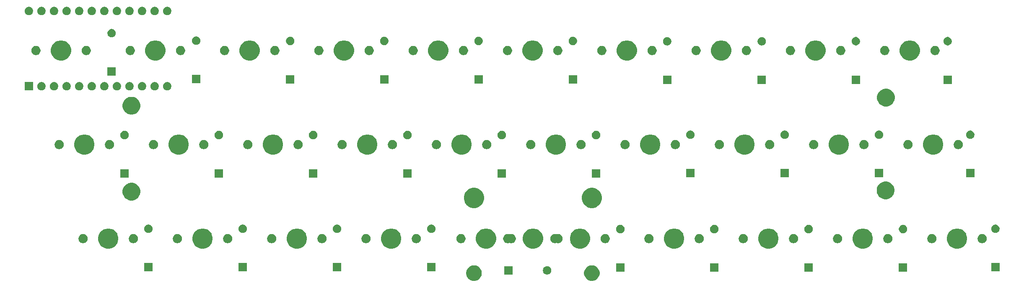
<source format=gbr>
G04 #@! TF.GenerationSoftware,KiCad,Pcbnew,(5.1.4-0-10_14)*
G04 #@! TF.CreationDate,2020-11-13T00:33:10-06:00*
G04 #@! TF.ProjectId,omega_solder,6f6d6567-615f-4736-9f6c-6465722e6b69,rev?*
G04 #@! TF.SameCoordinates,Original*
G04 #@! TF.FileFunction,Soldermask,Top*
G04 #@! TF.FilePolarity,Negative*
%FSLAX46Y46*%
G04 Gerber Fmt 4.6, Leading zero omitted, Abs format (unit mm)*
G04 Created by KiCad (PCBNEW (5.1.4-0-10_14)) date 2020-11-13 00:33:10*
%MOMM*%
%LPD*%
G04 APERTURE LIST*
%ADD10C,0.100000*%
G04 APERTURE END LIST*
D10*
G36*
X173059017Y-94467263D02*
G01*
X173211161Y-94497526D01*
X173329887Y-94546704D01*
X173497791Y-94616252D01*
X173497792Y-94616253D01*
X173755754Y-94788617D01*
X173975133Y-95007996D01*
X174090303Y-95180361D01*
X174147498Y-95265959D01*
X174266224Y-95552590D01*
X174326750Y-95856875D01*
X174326750Y-96167125D01*
X174266224Y-96471410D01*
X174147498Y-96758041D01*
X174147497Y-96758042D01*
X173975133Y-97016004D01*
X173755754Y-97235383D01*
X173583389Y-97350553D01*
X173497791Y-97407748D01*
X173329887Y-97477296D01*
X173211161Y-97526474D01*
X172906875Y-97587000D01*
X172596625Y-97587000D01*
X172444483Y-97556737D01*
X172292339Y-97526474D01*
X172173613Y-97477296D01*
X172005709Y-97407748D01*
X171920111Y-97350553D01*
X171747746Y-97235383D01*
X171528367Y-97016004D01*
X171356003Y-96758042D01*
X171356002Y-96758041D01*
X171237276Y-96471410D01*
X171176750Y-96167125D01*
X171176750Y-95856875D01*
X171237276Y-95552590D01*
X171356002Y-95265959D01*
X171413197Y-95180361D01*
X171528367Y-95007996D01*
X171747746Y-94788617D01*
X172005708Y-94616253D01*
X172005709Y-94616252D01*
X172173613Y-94546704D01*
X172292339Y-94497526D01*
X172444483Y-94467263D01*
X172596625Y-94437000D01*
X172906875Y-94437000D01*
X173059017Y-94467263D01*
X173059017Y-94467263D01*
G37*
G36*
X149246517Y-94467263D02*
G01*
X149398661Y-94497526D01*
X149517387Y-94546704D01*
X149685291Y-94616252D01*
X149685292Y-94616253D01*
X149943254Y-94788617D01*
X150162633Y-95007996D01*
X150277803Y-95180361D01*
X150334998Y-95265959D01*
X150453724Y-95552590D01*
X150514250Y-95856875D01*
X150514250Y-96167125D01*
X150453724Y-96471410D01*
X150334998Y-96758041D01*
X150334997Y-96758042D01*
X150162633Y-97016004D01*
X149943254Y-97235383D01*
X149770889Y-97350553D01*
X149685291Y-97407748D01*
X149517387Y-97477296D01*
X149398661Y-97526474D01*
X149094375Y-97587000D01*
X148784125Y-97587000D01*
X148631983Y-97556737D01*
X148479839Y-97526474D01*
X148361113Y-97477296D01*
X148193209Y-97407748D01*
X148107611Y-97350553D01*
X147935246Y-97235383D01*
X147715867Y-97016004D01*
X147543503Y-96758042D01*
X147543502Y-96758041D01*
X147424776Y-96471410D01*
X147364250Y-96167125D01*
X147364250Y-95856875D01*
X147424776Y-95552590D01*
X147543502Y-95265959D01*
X147600697Y-95180361D01*
X147715867Y-95007996D01*
X147935246Y-94788617D01*
X148193208Y-94616253D01*
X148193209Y-94616252D01*
X148361113Y-94546704D01*
X148479839Y-94497526D01*
X148631983Y-94467263D01*
X148784125Y-94437000D01*
X149094375Y-94437000D01*
X149246517Y-94467263D01*
X149246517Y-94467263D01*
G37*
G36*
X163965028Y-94634903D02*
G01*
X164119900Y-94699053D01*
X164259281Y-94792185D01*
X164377815Y-94910719D01*
X164470947Y-95050100D01*
X164535097Y-95204972D01*
X164567800Y-95369384D01*
X164567800Y-95537016D01*
X164535097Y-95701428D01*
X164470947Y-95856300D01*
X164377815Y-95995681D01*
X164259281Y-96114215D01*
X164119900Y-96207347D01*
X163965028Y-96271497D01*
X163800616Y-96304200D01*
X163632984Y-96304200D01*
X163468572Y-96271497D01*
X163313700Y-96207347D01*
X163174319Y-96114215D01*
X163055785Y-95995681D01*
X162962653Y-95856300D01*
X162898503Y-95701428D01*
X162865800Y-95537016D01*
X162865800Y-95369384D01*
X162898503Y-95204972D01*
X162962653Y-95050100D01*
X163055785Y-94910719D01*
X163174319Y-94792185D01*
X163313700Y-94699053D01*
X163468572Y-94634903D01*
X163632984Y-94602200D01*
X163800616Y-94602200D01*
X163965028Y-94634903D01*
X163965028Y-94634903D01*
G37*
G36*
X156767800Y-96304200D02*
G01*
X155065800Y-96304200D01*
X155065800Y-94602200D01*
X156767800Y-94602200D01*
X156767800Y-96304200D01*
X156767800Y-96304200D01*
G37*
G36*
X217386000Y-95746500D02*
G01*
X215684000Y-95746500D01*
X215684000Y-94044500D01*
X217386000Y-94044500D01*
X217386000Y-95746500D01*
X217386000Y-95746500D01*
G37*
G36*
X198336000Y-95746500D02*
G01*
X196634000Y-95746500D01*
X196634000Y-94044500D01*
X198336000Y-94044500D01*
X198336000Y-95746500D01*
X198336000Y-95746500D01*
G37*
G36*
X179349500Y-95746500D02*
G01*
X177647500Y-95746500D01*
X177647500Y-94044500D01*
X179349500Y-94044500D01*
X179349500Y-95746500D01*
X179349500Y-95746500D01*
G37*
G36*
X236461400Y-95733800D02*
G01*
X234759400Y-95733800D01*
X234759400Y-94031800D01*
X236461400Y-94031800D01*
X236461400Y-95733800D01*
X236461400Y-95733800D01*
G37*
G36*
X84036000Y-95683000D02*
G01*
X82334000Y-95683000D01*
X82334000Y-93981000D01*
X84036000Y-93981000D01*
X84036000Y-95683000D01*
X84036000Y-95683000D01*
G37*
G36*
X103086000Y-95683000D02*
G01*
X101384000Y-95683000D01*
X101384000Y-93981000D01*
X103086000Y-93981000D01*
X103086000Y-95683000D01*
X103086000Y-95683000D01*
G37*
G36*
X122136000Y-95683000D02*
G01*
X120434000Y-95683000D01*
X120434000Y-93981000D01*
X122136000Y-93981000D01*
X122136000Y-95683000D01*
X122136000Y-95683000D01*
G37*
G36*
X141186000Y-95683000D02*
G01*
X139484000Y-95683000D01*
X139484000Y-93981000D01*
X141186000Y-93981000D01*
X141186000Y-95683000D01*
X141186000Y-95683000D01*
G37*
G36*
X255105000Y-95683000D02*
G01*
X253403000Y-95683000D01*
X253403000Y-93981000D01*
X255105000Y-93981000D01*
X255105000Y-95683000D01*
X255105000Y-95683000D01*
G37*
G36*
X113753474Y-87060684D02*
G01*
X113886574Y-87115816D01*
X114125623Y-87214833D01*
X114460548Y-87438623D01*
X114745377Y-87723452D01*
X114969167Y-88058377D01*
X115030475Y-88206389D01*
X115123316Y-88430526D01*
X115201900Y-88825594D01*
X115201900Y-89228406D01*
X115123316Y-89623474D01*
X115072451Y-89746272D01*
X114969167Y-89995623D01*
X114745377Y-90330548D01*
X114460548Y-90615377D01*
X114125623Y-90839167D01*
X113971474Y-90903017D01*
X113753474Y-90993316D01*
X113358406Y-91071900D01*
X112955594Y-91071900D01*
X112560526Y-90993316D01*
X112342526Y-90903017D01*
X112188377Y-90839167D01*
X111853452Y-90615377D01*
X111568623Y-90330548D01*
X111344833Y-89995623D01*
X111241549Y-89746272D01*
X111190684Y-89623474D01*
X111112100Y-89228406D01*
X111112100Y-88825594D01*
X111190684Y-88430526D01*
X111283525Y-88206389D01*
X111344833Y-88058377D01*
X111568623Y-87723452D01*
X111853452Y-87438623D01*
X112188377Y-87214833D01*
X112427426Y-87115816D01*
X112560526Y-87060684D01*
X112955594Y-86982100D01*
X113358406Y-86982100D01*
X113753474Y-87060684D01*
X113753474Y-87060684D01*
G37*
G36*
X132803474Y-87060684D02*
G01*
X132936574Y-87115816D01*
X133175623Y-87214833D01*
X133510548Y-87438623D01*
X133795377Y-87723452D01*
X134019167Y-88058377D01*
X134080475Y-88206389D01*
X134173316Y-88430526D01*
X134251900Y-88825594D01*
X134251900Y-89228406D01*
X134173316Y-89623474D01*
X134122451Y-89746272D01*
X134019167Y-89995623D01*
X133795377Y-90330548D01*
X133510548Y-90615377D01*
X133175623Y-90839167D01*
X133021474Y-90903017D01*
X132803474Y-90993316D01*
X132408406Y-91071900D01*
X132005594Y-91071900D01*
X131610526Y-90993316D01*
X131392526Y-90903017D01*
X131238377Y-90839167D01*
X130903452Y-90615377D01*
X130618623Y-90330548D01*
X130394833Y-89995623D01*
X130291549Y-89746272D01*
X130240684Y-89623474D01*
X130162100Y-89228406D01*
X130162100Y-88825594D01*
X130240684Y-88430526D01*
X130333525Y-88206389D01*
X130394833Y-88058377D01*
X130618623Y-87723452D01*
X130903452Y-87438623D01*
X131238377Y-87214833D01*
X131477426Y-87115816D01*
X131610526Y-87060684D01*
X132005594Y-86982100D01*
X132408406Y-86982100D01*
X132803474Y-87060684D01*
X132803474Y-87060684D01*
G37*
G36*
X151980474Y-87060684D02*
G01*
X152113574Y-87115816D01*
X152352623Y-87214833D01*
X152687548Y-87438623D01*
X152972377Y-87723452D01*
X153196167Y-88058377D01*
X153257475Y-88206389D01*
X153350316Y-88430526D01*
X153428900Y-88825594D01*
X153428900Y-89228406D01*
X153350316Y-89623474D01*
X153299451Y-89746272D01*
X153196167Y-89995623D01*
X152972377Y-90330548D01*
X152687548Y-90615377D01*
X152352623Y-90839167D01*
X152198474Y-90903017D01*
X151980474Y-90993316D01*
X151585406Y-91071900D01*
X151182594Y-91071900D01*
X150787526Y-90993316D01*
X150569526Y-90903017D01*
X150415377Y-90839167D01*
X150080452Y-90615377D01*
X149795623Y-90330548D01*
X149571833Y-89995623D01*
X149468549Y-89746272D01*
X149417684Y-89623474D01*
X149339100Y-89228406D01*
X149339100Y-88825594D01*
X149417684Y-88430526D01*
X149510525Y-88206389D01*
X149571833Y-88058377D01*
X149795623Y-87723452D01*
X150080452Y-87438623D01*
X150415377Y-87214833D01*
X150654426Y-87115816D01*
X150787526Y-87060684D01*
X151182594Y-86982100D01*
X151585406Y-86982100D01*
X151980474Y-87060684D01*
X151980474Y-87060684D01*
G37*
G36*
X209003474Y-87060684D02*
G01*
X209136574Y-87115816D01*
X209375623Y-87214833D01*
X209710548Y-87438623D01*
X209995377Y-87723452D01*
X210219167Y-88058377D01*
X210280475Y-88206389D01*
X210373316Y-88430526D01*
X210451900Y-88825594D01*
X210451900Y-89228406D01*
X210373316Y-89623474D01*
X210322451Y-89746272D01*
X210219167Y-89995623D01*
X209995377Y-90330548D01*
X209710548Y-90615377D01*
X209375623Y-90839167D01*
X209221474Y-90903017D01*
X209003474Y-90993316D01*
X208608406Y-91071900D01*
X208205594Y-91071900D01*
X207810526Y-90993316D01*
X207592526Y-90903017D01*
X207438377Y-90839167D01*
X207103452Y-90615377D01*
X206818623Y-90330548D01*
X206594833Y-89995623D01*
X206491549Y-89746272D01*
X206440684Y-89623474D01*
X206362100Y-89228406D01*
X206362100Y-88825594D01*
X206440684Y-88430526D01*
X206533525Y-88206389D01*
X206594833Y-88058377D01*
X206818623Y-87723452D01*
X207103452Y-87438623D01*
X207438377Y-87214833D01*
X207677426Y-87115816D01*
X207810526Y-87060684D01*
X208205594Y-86982100D01*
X208608406Y-86982100D01*
X209003474Y-87060684D01*
X209003474Y-87060684D01*
G37*
G36*
X247103474Y-87060684D02*
G01*
X247236574Y-87115816D01*
X247475623Y-87214833D01*
X247810548Y-87438623D01*
X248095377Y-87723452D01*
X248319167Y-88058377D01*
X248380475Y-88206389D01*
X248473316Y-88430526D01*
X248551900Y-88825594D01*
X248551900Y-89228406D01*
X248473316Y-89623474D01*
X248422451Y-89746272D01*
X248319167Y-89995623D01*
X248095377Y-90330548D01*
X247810548Y-90615377D01*
X247475623Y-90839167D01*
X247321474Y-90903017D01*
X247103474Y-90993316D01*
X246708406Y-91071900D01*
X246305594Y-91071900D01*
X245910526Y-90993316D01*
X245692526Y-90903017D01*
X245538377Y-90839167D01*
X245203452Y-90615377D01*
X244918623Y-90330548D01*
X244694833Y-89995623D01*
X244591549Y-89746272D01*
X244540684Y-89623474D01*
X244462100Y-89228406D01*
X244462100Y-88825594D01*
X244540684Y-88430526D01*
X244633525Y-88206389D01*
X244694833Y-88058377D01*
X244918623Y-87723452D01*
X245203452Y-87438623D01*
X245538377Y-87214833D01*
X245777426Y-87115816D01*
X245910526Y-87060684D01*
X246305594Y-86982100D01*
X246708406Y-86982100D01*
X247103474Y-87060684D01*
X247103474Y-87060684D01*
G37*
G36*
X170954274Y-87060684D02*
G01*
X171087374Y-87115816D01*
X171326423Y-87214833D01*
X171661348Y-87438623D01*
X171946177Y-87723452D01*
X172169967Y-88058377D01*
X172231275Y-88206389D01*
X172324116Y-88430526D01*
X172402700Y-88825594D01*
X172402700Y-89228406D01*
X172324116Y-89623474D01*
X172273251Y-89746272D01*
X172169967Y-89995623D01*
X171946177Y-90330548D01*
X171661348Y-90615377D01*
X171326423Y-90839167D01*
X171172274Y-90903017D01*
X170954274Y-90993316D01*
X170559206Y-91071900D01*
X170156394Y-91071900D01*
X169761326Y-90993316D01*
X169543326Y-90903017D01*
X169389177Y-90839167D01*
X169054252Y-90615377D01*
X168769423Y-90330548D01*
X168545633Y-89995623D01*
X168442349Y-89746272D01*
X168391484Y-89623474D01*
X168312900Y-89228406D01*
X168312900Y-88825594D01*
X168391484Y-88430526D01*
X168484325Y-88206389D01*
X168545633Y-88058377D01*
X168769423Y-87723452D01*
X169054252Y-87438623D01*
X169389177Y-87214833D01*
X169628226Y-87115816D01*
X169761326Y-87060684D01*
X170156394Y-86982100D01*
X170559206Y-86982100D01*
X170954274Y-87060684D01*
X170954274Y-87060684D01*
G37*
G36*
X189953474Y-87060684D02*
G01*
X190086574Y-87115816D01*
X190325623Y-87214833D01*
X190660548Y-87438623D01*
X190945377Y-87723452D01*
X191169167Y-88058377D01*
X191230475Y-88206389D01*
X191323316Y-88430526D01*
X191401900Y-88825594D01*
X191401900Y-89228406D01*
X191323316Y-89623474D01*
X191272451Y-89746272D01*
X191169167Y-89995623D01*
X190945377Y-90330548D01*
X190660548Y-90615377D01*
X190325623Y-90839167D01*
X190171474Y-90903017D01*
X189953474Y-90993316D01*
X189558406Y-91071900D01*
X189155594Y-91071900D01*
X188760526Y-90993316D01*
X188542526Y-90903017D01*
X188388377Y-90839167D01*
X188053452Y-90615377D01*
X187768623Y-90330548D01*
X187544833Y-89995623D01*
X187441549Y-89746272D01*
X187390684Y-89623474D01*
X187312100Y-89228406D01*
X187312100Y-88825594D01*
X187390684Y-88430526D01*
X187483525Y-88206389D01*
X187544833Y-88058377D01*
X187768623Y-87723452D01*
X188053452Y-87438623D01*
X188388377Y-87214833D01*
X188627426Y-87115816D01*
X188760526Y-87060684D01*
X189155594Y-86982100D01*
X189558406Y-86982100D01*
X189953474Y-87060684D01*
X189953474Y-87060684D01*
G37*
G36*
X228053474Y-87060684D02*
G01*
X228186574Y-87115816D01*
X228425623Y-87214833D01*
X228760548Y-87438623D01*
X229045377Y-87723452D01*
X229269167Y-88058377D01*
X229330475Y-88206389D01*
X229423316Y-88430526D01*
X229501900Y-88825594D01*
X229501900Y-89228406D01*
X229423316Y-89623474D01*
X229372451Y-89746272D01*
X229269167Y-89995623D01*
X229045377Y-90330548D01*
X228760548Y-90615377D01*
X228425623Y-90839167D01*
X228271474Y-90903017D01*
X228053474Y-90993316D01*
X227658406Y-91071900D01*
X227255594Y-91071900D01*
X226860526Y-90993316D01*
X226642526Y-90903017D01*
X226488377Y-90839167D01*
X226153452Y-90615377D01*
X225868623Y-90330548D01*
X225644833Y-89995623D01*
X225541549Y-89746272D01*
X225490684Y-89623474D01*
X225412100Y-89228406D01*
X225412100Y-88825594D01*
X225490684Y-88430526D01*
X225583525Y-88206389D01*
X225644833Y-88058377D01*
X225868623Y-87723452D01*
X226153452Y-87438623D01*
X226488377Y-87214833D01*
X226727426Y-87115816D01*
X226860526Y-87060684D01*
X227255594Y-86982100D01*
X227658406Y-86982100D01*
X228053474Y-87060684D01*
X228053474Y-87060684D01*
G37*
G36*
X161441974Y-87060684D02*
G01*
X161575074Y-87115816D01*
X161814123Y-87214833D01*
X162149048Y-87438623D01*
X162433877Y-87723452D01*
X162657667Y-88058377D01*
X162718975Y-88206389D01*
X162811816Y-88430526D01*
X162890400Y-88825594D01*
X162890400Y-89228406D01*
X162811816Y-89623474D01*
X162760951Y-89746272D01*
X162657667Y-89995623D01*
X162433877Y-90330548D01*
X162149048Y-90615377D01*
X161814123Y-90839167D01*
X161659974Y-90903017D01*
X161441974Y-90993316D01*
X161046906Y-91071900D01*
X160644094Y-91071900D01*
X160249026Y-90993316D01*
X160031026Y-90903017D01*
X159876877Y-90839167D01*
X159541952Y-90615377D01*
X159257123Y-90330548D01*
X159033333Y-89995623D01*
X158930049Y-89746272D01*
X158879184Y-89623474D01*
X158800600Y-89228406D01*
X158800600Y-88825594D01*
X158879184Y-88430526D01*
X158972025Y-88206389D01*
X159033333Y-88058377D01*
X159257123Y-87723452D01*
X159541952Y-87438623D01*
X159876877Y-87214833D01*
X160115926Y-87115816D01*
X160249026Y-87060684D01*
X160644094Y-86982100D01*
X161046906Y-86982100D01*
X161441974Y-87060684D01*
X161441974Y-87060684D01*
G37*
G36*
X94703474Y-87060684D02*
G01*
X94836574Y-87115816D01*
X95075623Y-87214833D01*
X95410548Y-87438623D01*
X95695377Y-87723452D01*
X95919167Y-88058377D01*
X95980475Y-88206389D01*
X96073316Y-88430526D01*
X96151900Y-88825594D01*
X96151900Y-89228406D01*
X96073316Y-89623474D01*
X96022451Y-89746272D01*
X95919167Y-89995623D01*
X95695377Y-90330548D01*
X95410548Y-90615377D01*
X95075623Y-90839167D01*
X94921474Y-90903017D01*
X94703474Y-90993316D01*
X94308406Y-91071900D01*
X93905594Y-91071900D01*
X93510526Y-90993316D01*
X93292526Y-90903017D01*
X93138377Y-90839167D01*
X92803452Y-90615377D01*
X92518623Y-90330548D01*
X92294833Y-89995623D01*
X92191549Y-89746272D01*
X92140684Y-89623474D01*
X92062100Y-89228406D01*
X92062100Y-88825594D01*
X92140684Y-88430526D01*
X92233525Y-88206389D01*
X92294833Y-88058377D01*
X92518623Y-87723452D01*
X92803452Y-87438623D01*
X93138377Y-87214833D01*
X93377426Y-87115816D01*
X93510526Y-87060684D01*
X93905594Y-86982100D01*
X94308406Y-86982100D01*
X94703474Y-87060684D01*
X94703474Y-87060684D01*
G37*
G36*
X75653474Y-87060684D02*
G01*
X75786574Y-87115816D01*
X76025623Y-87214833D01*
X76360548Y-87438623D01*
X76645377Y-87723452D01*
X76869167Y-88058377D01*
X76930475Y-88206389D01*
X77023316Y-88430526D01*
X77101900Y-88825594D01*
X77101900Y-89228406D01*
X77023316Y-89623474D01*
X76972451Y-89746272D01*
X76869167Y-89995623D01*
X76645377Y-90330548D01*
X76360548Y-90615377D01*
X76025623Y-90839167D01*
X75871474Y-90903017D01*
X75653474Y-90993316D01*
X75258406Y-91071900D01*
X74855594Y-91071900D01*
X74460526Y-90993316D01*
X74242526Y-90903017D01*
X74088377Y-90839167D01*
X73753452Y-90615377D01*
X73468623Y-90330548D01*
X73244833Y-89995623D01*
X73141549Y-89746272D01*
X73090684Y-89623474D01*
X73012100Y-89228406D01*
X73012100Y-88825594D01*
X73090684Y-88430526D01*
X73183525Y-88206389D01*
X73244833Y-88058377D01*
X73468623Y-87723452D01*
X73753452Y-87438623D01*
X74088377Y-87214833D01*
X74327426Y-87115816D01*
X74460526Y-87060684D01*
X74855594Y-86982100D01*
X75258406Y-86982100D01*
X75653474Y-87060684D01*
X75653474Y-87060684D01*
G37*
G36*
X80407104Y-88136585D02*
G01*
X80575626Y-88206389D01*
X80727291Y-88307728D01*
X80856272Y-88436709D01*
X80957611Y-88588374D01*
X81027415Y-88756896D01*
X81063000Y-88935797D01*
X81063000Y-89118203D01*
X81027415Y-89297104D01*
X80957611Y-89465626D01*
X80856272Y-89617291D01*
X80727291Y-89746272D01*
X80575626Y-89847611D01*
X80407104Y-89917415D01*
X80228203Y-89953000D01*
X80045797Y-89953000D01*
X79866896Y-89917415D01*
X79698374Y-89847611D01*
X79546709Y-89746272D01*
X79417728Y-89617291D01*
X79316389Y-89465626D01*
X79246585Y-89297104D01*
X79211000Y-89118203D01*
X79211000Y-88935797D01*
X79246585Y-88756896D01*
X79316389Y-88588374D01*
X79417728Y-88436709D01*
X79546709Y-88307728D01*
X79698374Y-88206389D01*
X79866896Y-88136585D01*
X80045797Y-88101000D01*
X80228203Y-88101000D01*
X80407104Y-88136585D01*
X80407104Y-88136585D01*
G37*
G36*
X156035604Y-88136585D02*
G01*
X156066932Y-88149561D01*
X156090363Y-88156669D01*
X156114749Y-88159071D01*
X156139135Y-88156669D01*
X156162568Y-88149561D01*
X156193896Y-88136585D01*
X156372797Y-88101000D01*
X156555203Y-88101000D01*
X156734104Y-88136585D01*
X156902626Y-88206389D01*
X157054291Y-88307728D01*
X157183272Y-88436709D01*
X157284611Y-88588374D01*
X157354415Y-88756896D01*
X157390000Y-88935797D01*
X157390000Y-89118203D01*
X157354415Y-89297104D01*
X157284611Y-89465626D01*
X157183272Y-89617291D01*
X157054291Y-89746272D01*
X156902626Y-89847611D01*
X156734104Y-89917415D01*
X156555203Y-89953000D01*
X156372797Y-89953000D01*
X156193896Y-89917415D01*
X156162568Y-89904439D01*
X156139137Y-89897331D01*
X156114751Y-89894929D01*
X156090365Y-89897331D01*
X156066932Y-89904439D01*
X156035604Y-89917415D01*
X155856703Y-89953000D01*
X155674297Y-89953000D01*
X155495396Y-89917415D01*
X155326874Y-89847611D01*
X155175209Y-89746272D01*
X155046228Y-89617291D01*
X154944889Y-89465626D01*
X154875085Y-89297104D01*
X154839500Y-89118203D01*
X154839500Y-88935797D01*
X154875085Y-88756896D01*
X154944889Y-88588374D01*
X155046228Y-88436709D01*
X155175209Y-88307728D01*
X155326874Y-88206389D01*
X155495396Y-88136585D01*
X155674297Y-88101000D01*
X155856703Y-88101000D01*
X156035604Y-88136585D01*
X156035604Y-88136585D01*
G37*
G36*
X70247104Y-88136585D02*
G01*
X70415626Y-88206389D01*
X70567291Y-88307728D01*
X70696272Y-88436709D01*
X70797611Y-88588374D01*
X70867415Y-88756896D01*
X70903000Y-88935797D01*
X70903000Y-89118203D01*
X70867415Y-89297104D01*
X70797611Y-89465626D01*
X70696272Y-89617291D01*
X70567291Y-89746272D01*
X70415626Y-89847611D01*
X70247104Y-89917415D01*
X70068203Y-89953000D01*
X69885797Y-89953000D01*
X69706896Y-89917415D01*
X69538374Y-89847611D01*
X69386709Y-89746272D01*
X69257728Y-89617291D01*
X69156389Y-89465626D01*
X69086585Y-89297104D01*
X69051000Y-89118203D01*
X69051000Y-88935797D01*
X69086585Y-88756896D01*
X69156389Y-88588374D01*
X69257728Y-88436709D01*
X69386709Y-88307728D01*
X69538374Y-88206389D01*
X69706896Y-88136585D01*
X69885797Y-88101000D01*
X70068203Y-88101000D01*
X70247104Y-88136585D01*
X70247104Y-88136585D01*
G37*
G36*
X251857104Y-88136585D02*
G01*
X252025626Y-88206389D01*
X252177291Y-88307728D01*
X252306272Y-88436709D01*
X252407611Y-88588374D01*
X252477415Y-88756896D01*
X252513000Y-88935797D01*
X252513000Y-89118203D01*
X252477415Y-89297104D01*
X252407611Y-89465626D01*
X252306272Y-89617291D01*
X252177291Y-89746272D01*
X252025626Y-89847611D01*
X251857104Y-89917415D01*
X251678203Y-89953000D01*
X251495797Y-89953000D01*
X251316896Y-89917415D01*
X251148374Y-89847611D01*
X250996709Y-89746272D01*
X250867728Y-89617291D01*
X250766389Y-89465626D01*
X250696585Y-89297104D01*
X250661000Y-89118203D01*
X250661000Y-88935797D01*
X250696585Y-88756896D01*
X250766389Y-88588374D01*
X250867728Y-88436709D01*
X250996709Y-88307728D01*
X251148374Y-88206389D01*
X251316896Y-88136585D01*
X251495797Y-88101000D01*
X251678203Y-88101000D01*
X251857104Y-88136585D01*
X251857104Y-88136585D01*
G37*
G36*
X99457104Y-88136585D02*
G01*
X99625626Y-88206389D01*
X99777291Y-88307728D01*
X99906272Y-88436709D01*
X100007611Y-88588374D01*
X100077415Y-88756896D01*
X100113000Y-88935797D01*
X100113000Y-89118203D01*
X100077415Y-89297104D01*
X100007611Y-89465626D01*
X99906272Y-89617291D01*
X99777291Y-89746272D01*
X99625626Y-89847611D01*
X99457104Y-89917415D01*
X99278203Y-89953000D01*
X99095797Y-89953000D01*
X98916896Y-89917415D01*
X98748374Y-89847611D01*
X98596709Y-89746272D01*
X98467728Y-89617291D01*
X98366389Y-89465626D01*
X98296585Y-89297104D01*
X98261000Y-89118203D01*
X98261000Y-88935797D01*
X98296585Y-88756896D01*
X98366389Y-88588374D01*
X98467728Y-88436709D01*
X98596709Y-88307728D01*
X98748374Y-88206389D01*
X98916896Y-88136585D01*
X99095797Y-88101000D01*
X99278203Y-88101000D01*
X99457104Y-88136585D01*
X99457104Y-88136585D01*
G37*
G36*
X89297104Y-88136585D02*
G01*
X89465626Y-88206389D01*
X89617291Y-88307728D01*
X89746272Y-88436709D01*
X89847611Y-88588374D01*
X89917415Y-88756896D01*
X89953000Y-88935797D01*
X89953000Y-89118203D01*
X89917415Y-89297104D01*
X89847611Y-89465626D01*
X89746272Y-89617291D01*
X89617291Y-89746272D01*
X89465626Y-89847611D01*
X89297104Y-89917415D01*
X89118203Y-89953000D01*
X88935797Y-89953000D01*
X88756896Y-89917415D01*
X88588374Y-89847611D01*
X88436709Y-89746272D01*
X88307728Y-89617291D01*
X88206389Y-89465626D01*
X88136585Y-89297104D01*
X88101000Y-89118203D01*
X88101000Y-88935797D01*
X88136585Y-88756896D01*
X88206389Y-88588374D01*
X88307728Y-88436709D01*
X88436709Y-88307728D01*
X88588374Y-88206389D01*
X88756896Y-88136585D01*
X88935797Y-88101000D01*
X89118203Y-88101000D01*
X89297104Y-88136585D01*
X89297104Y-88136585D01*
G37*
G36*
X241697104Y-88136585D02*
G01*
X241865626Y-88206389D01*
X242017291Y-88307728D01*
X242146272Y-88436709D01*
X242247611Y-88588374D01*
X242317415Y-88756896D01*
X242353000Y-88935797D01*
X242353000Y-89118203D01*
X242317415Y-89297104D01*
X242247611Y-89465626D01*
X242146272Y-89617291D01*
X242017291Y-89746272D01*
X241865626Y-89847611D01*
X241697104Y-89917415D01*
X241518203Y-89953000D01*
X241335797Y-89953000D01*
X241156896Y-89917415D01*
X240988374Y-89847611D01*
X240836709Y-89746272D01*
X240707728Y-89617291D01*
X240606389Y-89465626D01*
X240536585Y-89297104D01*
X240501000Y-89118203D01*
X240501000Y-88935797D01*
X240536585Y-88756896D01*
X240606389Y-88588374D01*
X240707728Y-88436709D01*
X240836709Y-88307728D01*
X240988374Y-88206389D01*
X241156896Y-88136585D01*
X241335797Y-88101000D01*
X241518203Y-88101000D01*
X241697104Y-88136585D01*
X241697104Y-88136585D01*
G37*
G36*
X118507104Y-88136585D02*
G01*
X118675626Y-88206389D01*
X118827291Y-88307728D01*
X118956272Y-88436709D01*
X119057611Y-88588374D01*
X119127415Y-88756896D01*
X119163000Y-88935797D01*
X119163000Y-89118203D01*
X119127415Y-89297104D01*
X119057611Y-89465626D01*
X118956272Y-89617291D01*
X118827291Y-89746272D01*
X118675626Y-89847611D01*
X118507104Y-89917415D01*
X118328203Y-89953000D01*
X118145797Y-89953000D01*
X117966896Y-89917415D01*
X117798374Y-89847611D01*
X117646709Y-89746272D01*
X117517728Y-89617291D01*
X117416389Y-89465626D01*
X117346585Y-89297104D01*
X117311000Y-89118203D01*
X117311000Y-88935797D01*
X117346585Y-88756896D01*
X117416389Y-88588374D01*
X117517728Y-88436709D01*
X117646709Y-88307728D01*
X117798374Y-88206389D01*
X117966896Y-88136585D01*
X118145797Y-88101000D01*
X118328203Y-88101000D01*
X118507104Y-88136585D01*
X118507104Y-88136585D01*
G37*
G36*
X108347104Y-88136585D02*
G01*
X108515626Y-88206389D01*
X108667291Y-88307728D01*
X108796272Y-88436709D01*
X108897611Y-88588374D01*
X108967415Y-88756896D01*
X109003000Y-88935797D01*
X109003000Y-89118203D01*
X108967415Y-89297104D01*
X108897611Y-89465626D01*
X108796272Y-89617291D01*
X108667291Y-89746272D01*
X108515626Y-89847611D01*
X108347104Y-89917415D01*
X108168203Y-89953000D01*
X107985797Y-89953000D01*
X107806896Y-89917415D01*
X107638374Y-89847611D01*
X107486709Y-89746272D01*
X107357728Y-89617291D01*
X107256389Y-89465626D01*
X107186585Y-89297104D01*
X107151000Y-89118203D01*
X107151000Y-88935797D01*
X107186585Y-88756896D01*
X107256389Y-88588374D01*
X107357728Y-88436709D01*
X107486709Y-88307728D01*
X107638374Y-88206389D01*
X107806896Y-88136585D01*
X107985797Y-88101000D01*
X108168203Y-88101000D01*
X108347104Y-88136585D01*
X108347104Y-88136585D01*
G37*
G36*
X232807104Y-88136585D02*
G01*
X232975626Y-88206389D01*
X233127291Y-88307728D01*
X233256272Y-88436709D01*
X233357611Y-88588374D01*
X233427415Y-88756896D01*
X233463000Y-88935797D01*
X233463000Y-89118203D01*
X233427415Y-89297104D01*
X233357611Y-89465626D01*
X233256272Y-89617291D01*
X233127291Y-89746272D01*
X232975626Y-89847611D01*
X232807104Y-89917415D01*
X232628203Y-89953000D01*
X232445797Y-89953000D01*
X232266896Y-89917415D01*
X232098374Y-89847611D01*
X231946709Y-89746272D01*
X231817728Y-89617291D01*
X231716389Y-89465626D01*
X231646585Y-89297104D01*
X231611000Y-89118203D01*
X231611000Y-88935797D01*
X231646585Y-88756896D01*
X231716389Y-88588374D01*
X231817728Y-88436709D01*
X231946709Y-88307728D01*
X232098374Y-88206389D01*
X232266896Y-88136585D01*
X232445797Y-88101000D01*
X232628203Y-88101000D01*
X232807104Y-88136585D01*
X232807104Y-88136585D01*
G37*
G36*
X137557104Y-88136585D02*
G01*
X137725626Y-88206389D01*
X137877291Y-88307728D01*
X138006272Y-88436709D01*
X138107611Y-88588374D01*
X138177415Y-88756896D01*
X138213000Y-88935797D01*
X138213000Y-89118203D01*
X138177415Y-89297104D01*
X138107611Y-89465626D01*
X138006272Y-89617291D01*
X137877291Y-89746272D01*
X137725626Y-89847611D01*
X137557104Y-89917415D01*
X137378203Y-89953000D01*
X137195797Y-89953000D01*
X137016896Y-89917415D01*
X136848374Y-89847611D01*
X136696709Y-89746272D01*
X136567728Y-89617291D01*
X136466389Y-89465626D01*
X136396585Y-89297104D01*
X136361000Y-89118203D01*
X136361000Y-88935797D01*
X136396585Y-88756896D01*
X136466389Y-88588374D01*
X136567728Y-88436709D01*
X136696709Y-88307728D01*
X136848374Y-88206389D01*
X137016896Y-88136585D01*
X137195797Y-88101000D01*
X137378203Y-88101000D01*
X137557104Y-88136585D01*
X137557104Y-88136585D01*
G37*
G36*
X127397104Y-88136585D02*
G01*
X127565626Y-88206389D01*
X127717291Y-88307728D01*
X127846272Y-88436709D01*
X127947611Y-88588374D01*
X128017415Y-88756896D01*
X128053000Y-88935797D01*
X128053000Y-89118203D01*
X128017415Y-89297104D01*
X127947611Y-89465626D01*
X127846272Y-89617291D01*
X127717291Y-89746272D01*
X127565626Y-89847611D01*
X127397104Y-89917415D01*
X127218203Y-89953000D01*
X127035797Y-89953000D01*
X126856896Y-89917415D01*
X126688374Y-89847611D01*
X126536709Y-89746272D01*
X126407728Y-89617291D01*
X126306389Y-89465626D01*
X126236585Y-89297104D01*
X126201000Y-89118203D01*
X126201000Y-88935797D01*
X126236585Y-88756896D01*
X126306389Y-88588374D01*
X126407728Y-88436709D01*
X126536709Y-88307728D01*
X126688374Y-88206389D01*
X126856896Y-88136585D01*
X127035797Y-88101000D01*
X127218203Y-88101000D01*
X127397104Y-88136585D01*
X127397104Y-88136585D01*
G37*
G36*
X222647104Y-88136585D02*
G01*
X222815626Y-88206389D01*
X222967291Y-88307728D01*
X223096272Y-88436709D01*
X223197611Y-88588374D01*
X223267415Y-88756896D01*
X223303000Y-88935797D01*
X223303000Y-89118203D01*
X223267415Y-89297104D01*
X223197611Y-89465626D01*
X223096272Y-89617291D01*
X222967291Y-89746272D01*
X222815626Y-89847611D01*
X222647104Y-89917415D01*
X222468203Y-89953000D01*
X222285797Y-89953000D01*
X222106896Y-89917415D01*
X221938374Y-89847611D01*
X221786709Y-89746272D01*
X221657728Y-89617291D01*
X221556389Y-89465626D01*
X221486585Y-89297104D01*
X221451000Y-89118203D01*
X221451000Y-88935797D01*
X221486585Y-88756896D01*
X221556389Y-88588374D01*
X221657728Y-88436709D01*
X221786709Y-88307728D01*
X221938374Y-88206389D01*
X222106896Y-88136585D01*
X222285797Y-88101000D01*
X222468203Y-88101000D01*
X222647104Y-88136585D01*
X222647104Y-88136585D01*
G37*
G36*
X146574104Y-88136585D02*
G01*
X146742626Y-88206389D01*
X146894291Y-88307728D01*
X147023272Y-88436709D01*
X147124611Y-88588374D01*
X147194415Y-88756896D01*
X147230000Y-88935797D01*
X147230000Y-89118203D01*
X147194415Y-89297104D01*
X147124611Y-89465626D01*
X147023272Y-89617291D01*
X146894291Y-89746272D01*
X146742626Y-89847611D01*
X146574104Y-89917415D01*
X146395203Y-89953000D01*
X146212797Y-89953000D01*
X146033896Y-89917415D01*
X145865374Y-89847611D01*
X145713709Y-89746272D01*
X145584728Y-89617291D01*
X145483389Y-89465626D01*
X145413585Y-89297104D01*
X145378000Y-89118203D01*
X145378000Y-88935797D01*
X145413585Y-88756896D01*
X145483389Y-88588374D01*
X145584728Y-88436709D01*
X145713709Y-88307728D01*
X145865374Y-88206389D01*
X146033896Y-88136585D01*
X146212797Y-88101000D01*
X146395203Y-88101000D01*
X146574104Y-88136585D01*
X146574104Y-88136585D01*
G37*
G36*
X213757104Y-88136585D02*
G01*
X213925626Y-88206389D01*
X214077291Y-88307728D01*
X214206272Y-88436709D01*
X214307611Y-88588374D01*
X214377415Y-88756896D01*
X214413000Y-88935797D01*
X214413000Y-89118203D01*
X214377415Y-89297104D01*
X214307611Y-89465626D01*
X214206272Y-89617291D01*
X214077291Y-89746272D01*
X213925626Y-89847611D01*
X213757104Y-89917415D01*
X213578203Y-89953000D01*
X213395797Y-89953000D01*
X213216896Y-89917415D01*
X213048374Y-89847611D01*
X212896709Y-89746272D01*
X212767728Y-89617291D01*
X212666389Y-89465626D01*
X212596585Y-89297104D01*
X212561000Y-89118203D01*
X212561000Y-88935797D01*
X212596585Y-88756896D01*
X212666389Y-88588374D01*
X212767728Y-88436709D01*
X212896709Y-88307728D01*
X213048374Y-88206389D01*
X213216896Y-88136585D01*
X213395797Y-88101000D01*
X213578203Y-88101000D01*
X213757104Y-88136585D01*
X213757104Y-88136585D01*
G37*
G36*
X203597104Y-88136585D02*
G01*
X203765626Y-88206389D01*
X203917291Y-88307728D01*
X204046272Y-88436709D01*
X204147611Y-88588374D01*
X204217415Y-88756896D01*
X204253000Y-88935797D01*
X204253000Y-89118203D01*
X204217415Y-89297104D01*
X204147611Y-89465626D01*
X204046272Y-89617291D01*
X203917291Y-89746272D01*
X203765626Y-89847611D01*
X203597104Y-89917415D01*
X203418203Y-89953000D01*
X203235797Y-89953000D01*
X203056896Y-89917415D01*
X202888374Y-89847611D01*
X202736709Y-89746272D01*
X202607728Y-89617291D01*
X202506389Y-89465626D01*
X202436585Y-89297104D01*
X202401000Y-89118203D01*
X202401000Y-88935797D01*
X202436585Y-88756896D01*
X202506389Y-88588374D01*
X202607728Y-88436709D01*
X202736709Y-88307728D01*
X202888374Y-88206389D01*
X203056896Y-88136585D01*
X203235797Y-88101000D01*
X203418203Y-88101000D01*
X203597104Y-88136585D01*
X203597104Y-88136585D01*
G37*
G36*
X175707904Y-88136585D02*
G01*
X175876426Y-88206389D01*
X176028091Y-88307728D01*
X176157072Y-88436709D01*
X176258411Y-88588374D01*
X176328215Y-88756896D01*
X176363800Y-88935797D01*
X176363800Y-89118203D01*
X176328215Y-89297104D01*
X176258411Y-89465626D01*
X176157072Y-89617291D01*
X176028091Y-89746272D01*
X175876426Y-89847611D01*
X175707904Y-89917415D01*
X175529003Y-89953000D01*
X175346597Y-89953000D01*
X175167696Y-89917415D01*
X174999174Y-89847611D01*
X174847509Y-89746272D01*
X174718528Y-89617291D01*
X174617189Y-89465626D01*
X174547385Y-89297104D01*
X174511800Y-89118203D01*
X174511800Y-88935797D01*
X174547385Y-88756896D01*
X174617189Y-88588374D01*
X174718528Y-88436709D01*
X174847509Y-88307728D01*
X174999174Y-88206389D01*
X175167696Y-88136585D01*
X175346597Y-88101000D01*
X175529003Y-88101000D01*
X175707904Y-88136585D01*
X175707904Y-88136585D01*
G37*
G36*
X194707104Y-88136585D02*
G01*
X194875626Y-88206389D01*
X195027291Y-88307728D01*
X195156272Y-88436709D01*
X195257611Y-88588374D01*
X195327415Y-88756896D01*
X195363000Y-88935797D01*
X195363000Y-89118203D01*
X195327415Y-89297104D01*
X195257611Y-89465626D01*
X195156272Y-89617291D01*
X195027291Y-89746272D01*
X194875626Y-89847611D01*
X194707104Y-89917415D01*
X194528203Y-89953000D01*
X194345797Y-89953000D01*
X194166896Y-89917415D01*
X193998374Y-89847611D01*
X193846709Y-89746272D01*
X193717728Y-89617291D01*
X193616389Y-89465626D01*
X193546585Y-89297104D01*
X193511000Y-89118203D01*
X193511000Y-88935797D01*
X193546585Y-88756896D01*
X193616389Y-88588374D01*
X193717728Y-88436709D01*
X193846709Y-88307728D01*
X193998374Y-88206389D01*
X194166896Y-88136585D01*
X194345797Y-88101000D01*
X194528203Y-88101000D01*
X194707104Y-88136585D01*
X194707104Y-88136585D01*
G37*
G36*
X165547904Y-88136585D02*
G01*
X165553826Y-88139038D01*
X165577262Y-88146148D01*
X165601648Y-88148550D01*
X165626034Y-88146149D01*
X165649474Y-88139038D01*
X165655396Y-88136585D01*
X165834297Y-88101000D01*
X166016703Y-88101000D01*
X166195604Y-88136585D01*
X166364126Y-88206389D01*
X166515791Y-88307728D01*
X166644772Y-88436709D01*
X166746111Y-88588374D01*
X166815915Y-88756896D01*
X166851500Y-88935797D01*
X166851500Y-89118203D01*
X166815915Y-89297104D01*
X166746111Y-89465626D01*
X166644772Y-89617291D01*
X166515791Y-89746272D01*
X166364126Y-89847611D01*
X166195604Y-89917415D01*
X166016703Y-89953000D01*
X165834297Y-89953000D01*
X165655396Y-89917415D01*
X165649474Y-89914962D01*
X165626038Y-89907852D01*
X165601652Y-89905450D01*
X165577266Y-89907851D01*
X165553826Y-89914962D01*
X165547904Y-89917415D01*
X165369003Y-89953000D01*
X165186597Y-89953000D01*
X165007696Y-89917415D01*
X164839174Y-89847611D01*
X164687509Y-89746272D01*
X164558528Y-89617291D01*
X164457189Y-89465626D01*
X164387385Y-89297104D01*
X164351800Y-89118203D01*
X164351800Y-88935797D01*
X164387385Y-88756896D01*
X164457189Y-88588374D01*
X164558528Y-88436709D01*
X164687509Y-88307728D01*
X164839174Y-88206389D01*
X165007696Y-88136585D01*
X165186597Y-88101000D01*
X165369003Y-88101000D01*
X165547904Y-88136585D01*
X165547904Y-88136585D01*
G37*
G36*
X184547104Y-88136585D02*
G01*
X184715626Y-88206389D01*
X184867291Y-88307728D01*
X184996272Y-88436709D01*
X185097611Y-88588374D01*
X185167415Y-88756896D01*
X185203000Y-88935797D01*
X185203000Y-89118203D01*
X185167415Y-89297104D01*
X185097611Y-89465626D01*
X184996272Y-89617291D01*
X184867291Y-89746272D01*
X184715626Y-89847611D01*
X184547104Y-89917415D01*
X184368203Y-89953000D01*
X184185797Y-89953000D01*
X184006896Y-89917415D01*
X183838374Y-89847611D01*
X183686709Y-89746272D01*
X183557728Y-89617291D01*
X183456389Y-89465626D01*
X183386585Y-89297104D01*
X183351000Y-89118203D01*
X183351000Y-88935797D01*
X183386585Y-88756896D01*
X183456389Y-88588374D01*
X183557728Y-88436709D01*
X183686709Y-88307728D01*
X183838374Y-88206389D01*
X184006896Y-88136585D01*
X184185797Y-88101000D01*
X184368203Y-88101000D01*
X184547104Y-88136585D01*
X184547104Y-88136585D01*
G37*
G36*
X197733228Y-86277203D02*
G01*
X197888100Y-86341353D01*
X198027481Y-86434485D01*
X198146015Y-86553019D01*
X198239147Y-86692400D01*
X198303297Y-86847272D01*
X198336000Y-87011684D01*
X198336000Y-87179316D01*
X198303297Y-87343728D01*
X198239147Y-87498600D01*
X198146015Y-87637981D01*
X198027481Y-87756515D01*
X197888100Y-87849647D01*
X197733228Y-87913797D01*
X197568816Y-87946500D01*
X197401184Y-87946500D01*
X197236772Y-87913797D01*
X197081900Y-87849647D01*
X196942519Y-87756515D01*
X196823985Y-87637981D01*
X196730853Y-87498600D01*
X196666703Y-87343728D01*
X196634000Y-87179316D01*
X196634000Y-87011684D01*
X196666703Y-86847272D01*
X196730853Y-86692400D01*
X196823985Y-86553019D01*
X196942519Y-86434485D01*
X197081900Y-86341353D01*
X197236772Y-86277203D01*
X197401184Y-86244500D01*
X197568816Y-86244500D01*
X197733228Y-86277203D01*
X197733228Y-86277203D01*
G37*
G36*
X216783228Y-86277203D02*
G01*
X216938100Y-86341353D01*
X217077481Y-86434485D01*
X217196015Y-86553019D01*
X217289147Y-86692400D01*
X217353297Y-86847272D01*
X217386000Y-87011684D01*
X217386000Y-87179316D01*
X217353297Y-87343728D01*
X217289147Y-87498600D01*
X217196015Y-87637981D01*
X217077481Y-87756515D01*
X216938100Y-87849647D01*
X216783228Y-87913797D01*
X216618816Y-87946500D01*
X216451184Y-87946500D01*
X216286772Y-87913797D01*
X216131900Y-87849647D01*
X215992519Y-87756515D01*
X215873985Y-87637981D01*
X215780853Y-87498600D01*
X215716703Y-87343728D01*
X215684000Y-87179316D01*
X215684000Y-87011684D01*
X215716703Y-86847272D01*
X215780853Y-86692400D01*
X215873985Y-86553019D01*
X215992519Y-86434485D01*
X216131900Y-86341353D01*
X216286772Y-86277203D01*
X216451184Y-86244500D01*
X216618816Y-86244500D01*
X216783228Y-86277203D01*
X216783228Y-86277203D01*
G37*
G36*
X178746728Y-86277203D02*
G01*
X178901600Y-86341353D01*
X179040981Y-86434485D01*
X179159515Y-86553019D01*
X179252647Y-86692400D01*
X179316797Y-86847272D01*
X179349500Y-87011684D01*
X179349500Y-87179316D01*
X179316797Y-87343728D01*
X179252647Y-87498600D01*
X179159515Y-87637981D01*
X179040981Y-87756515D01*
X178901600Y-87849647D01*
X178746728Y-87913797D01*
X178582316Y-87946500D01*
X178414684Y-87946500D01*
X178250272Y-87913797D01*
X178095400Y-87849647D01*
X177956019Y-87756515D01*
X177837485Y-87637981D01*
X177744353Y-87498600D01*
X177680203Y-87343728D01*
X177647500Y-87179316D01*
X177647500Y-87011684D01*
X177680203Y-86847272D01*
X177744353Y-86692400D01*
X177837485Y-86553019D01*
X177956019Y-86434485D01*
X178095400Y-86341353D01*
X178250272Y-86277203D01*
X178414684Y-86244500D01*
X178582316Y-86244500D01*
X178746728Y-86277203D01*
X178746728Y-86277203D01*
G37*
G36*
X235858628Y-86264503D02*
G01*
X236013500Y-86328653D01*
X236152881Y-86421785D01*
X236271415Y-86540319D01*
X236364547Y-86679700D01*
X236428697Y-86834572D01*
X236461400Y-86998984D01*
X236461400Y-87166616D01*
X236428697Y-87331028D01*
X236364547Y-87485900D01*
X236271415Y-87625281D01*
X236152881Y-87743815D01*
X236013500Y-87836947D01*
X235858628Y-87901097D01*
X235694216Y-87933800D01*
X235526584Y-87933800D01*
X235362172Y-87901097D01*
X235207300Y-87836947D01*
X235067919Y-87743815D01*
X234949385Y-87625281D01*
X234856253Y-87485900D01*
X234792103Y-87331028D01*
X234759400Y-87166616D01*
X234759400Y-86998984D01*
X234792103Y-86834572D01*
X234856253Y-86679700D01*
X234949385Y-86540319D01*
X235067919Y-86421785D01*
X235207300Y-86328653D01*
X235362172Y-86264503D01*
X235526584Y-86231800D01*
X235694216Y-86231800D01*
X235858628Y-86264503D01*
X235858628Y-86264503D01*
G37*
G36*
X254502228Y-86213703D02*
G01*
X254657100Y-86277853D01*
X254796481Y-86370985D01*
X254915015Y-86489519D01*
X255008147Y-86628900D01*
X255072297Y-86783772D01*
X255105000Y-86948184D01*
X255105000Y-87115816D01*
X255072297Y-87280228D01*
X255008147Y-87435100D01*
X254915015Y-87574481D01*
X254796481Y-87693015D01*
X254657100Y-87786147D01*
X254502228Y-87850297D01*
X254337816Y-87883000D01*
X254170184Y-87883000D01*
X254005772Y-87850297D01*
X253850900Y-87786147D01*
X253711519Y-87693015D01*
X253592985Y-87574481D01*
X253499853Y-87435100D01*
X253435703Y-87280228D01*
X253403000Y-87115816D01*
X253403000Y-86948184D01*
X253435703Y-86783772D01*
X253499853Y-86628900D01*
X253592985Y-86489519D01*
X253711519Y-86370985D01*
X253850900Y-86277853D01*
X254005772Y-86213703D01*
X254170184Y-86181000D01*
X254337816Y-86181000D01*
X254502228Y-86213703D01*
X254502228Y-86213703D01*
G37*
G36*
X140583228Y-86213703D02*
G01*
X140738100Y-86277853D01*
X140877481Y-86370985D01*
X140996015Y-86489519D01*
X141089147Y-86628900D01*
X141153297Y-86783772D01*
X141186000Y-86948184D01*
X141186000Y-87115816D01*
X141153297Y-87280228D01*
X141089147Y-87435100D01*
X140996015Y-87574481D01*
X140877481Y-87693015D01*
X140738100Y-87786147D01*
X140583228Y-87850297D01*
X140418816Y-87883000D01*
X140251184Y-87883000D01*
X140086772Y-87850297D01*
X139931900Y-87786147D01*
X139792519Y-87693015D01*
X139673985Y-87574481D01*
X139580853Y-87435100D01*
X139516703Y-87280228D01*
X139484000Y-87115816D01*
X139484000Y-86948184D01*
X139516703Y-86783772D01*
X139580853Y-86628900D01*
X139673985Y-86489519D01*
X139792519Y-86370985D01*
X139931900Y-86277853D01*
X140086772Y-86213703D01*
X140251184Y-86181000D01*
X140418816Y-86181000D01*
X140583228Y-86213703D01*
X140583228Y-86213703D01*
G37*
G36*
X121533228Y-86213703D02*
G01*
X121688100Y-86277853D01*
X121827481Y-86370985D01*
X121946015Y-86489519D01*
X122039147Y-86628900D01*
X122103297Y-86783772D01*
X122136000Y-86948184D01*
X122136000Y-87115816D01*
X122103297Y-87280228D01*
X122039147Y-87435100D01*
X121946015Y-87574481D01*
X121827481Y-87693015D01*
X121688100Y-87786147D01*
X121533228Y-87850297D01*
X121368816Y-87883000D01*
X121201184Y-87883000D01*
X121036772Y-87850297D01*
X120881900Y-87786147D01*
X120742519Y-87693015D01*
X120623985Y-87574481D01*
X120530853Y-87435100D01*
X120466703Y-87280228D01*
X120434000Y-87115816D01*
X120434000Y-86948184D01*
X120466703Y-86783772D01*
X120530853Y-86628900D01*
X120623985Y-86489519D01*
X120742519Y-86370985D01*
X120881900Y-86277853D01*
X121036772Y-86213703D01*
X121201184Y-86181000D01*
X121368816Y-86181000D01*
X121533228Y-86213703D01*
X121533228Y-86213703D01*
G37*
G36*
X102483228Y-86213703D02*
G01*
X102638100Y-86277853D01*
X102777481Y-86370985D01*
X102896015Y-86489519D01*
X102989147Y-86628900D01*
X103053297Y-86783772D01*
X103086000Y-86948184D01*
X103086000Y-87115816D01*
X103053297Y-87280228D01*
X102989147Y-87435100D01*
X102896015Y-87574481D01*
X102777481Y-87693015D01*
X102638100Y-87786147D01*
X102483228Y-87850297D01*
X102318816Y-87883000D01*
X102151184Y-87883000D01*
X101986772Y-87850297D01*
X101831900Y-87786147D01*
X101692519Y-87693015D01*
X101573985Y-87574481D01*
X101480853Y-87435100D01*
X101416703Y-87280228D01*
X101384000Y-87115816D01*
X101384000Y-86948184D01*
X101416703Y-86783772D01*
X101480853Y-86628900D01*
X101573985Y-86489519D01*
X101692519Y-86370985D01*
X101831900Y-86277853D01*
X101986772Y-86213703D01*
X102151184Y-86181000D01*
X102318816Y-86181000D01*
X102483228Y-86213703D01*
X102483228Y-86213703D01*
G37*
G36*
X83433228Y-86213703D02*
G01*
X83588100Y-86277853D01*
X83727481Y-86370985D01*
X83846015Y-86489519D01*
X83939147Y-86628900D01*
X84003297Y-86783772D01*
X84036000Y-86948184D01*
X84036000Y-87115816D01*
X84003297Y-87280228D01*
X83939147Y-87435100D01*
X83846015Y-87574481D01*
X83727481Y-87693015D01*
X83588100Y-87786147D01*
X83433228Y-87850297D01*
X83268816Y-87883000D01*
X83101184Y-87883000D01*
X82936772Y-87850297D01*
X82781900Y-87786147D01*
X82642519Y-87693015D01*
X82523985Y-87574481D01*
X82430853Y-87435100D01*
X82366703Y-87280228D01*
X82334000Y-87115816D01*
X82334000Y-86948184D01*
X82366703Y-86783772D01*
X82430853Y-86628900D01*
X82523985Y-86489519D01*
X82642519Y-86370985D01*
X82781900Y-86277853D01*
X82936772Y-86213703D01*
X83101184Y-86181000D01*
X83268816Y-86181000D01*
X83433228Y-86213703D01*
X83433228Y-86213703D01*
G37*
G36*
X149535724Y-78805684D02*
G01*
X149753724Y-78895983D01*
X149907873Y-78959833D01*
X150242798Y-79183623D01*
X150527627Y-79468452D01*
X150751417Y-79803377D01*
X150751417Y-79803378D01*
X150905566Y-80175526D01*
X150984150Y-80570594D01*
X150984150Y-80973406D01*
X150905566Y-81368474D01*
X150815267Y-81586474D01*
X150751417Y-81740623D01*
X150527627Y-82075548D01*
X150242798Y-82360377D01*
X149907873Y-82584167D01*
X149753724Y-82648017D01*
X149535724Y-82738316D01*
X149140656Y-82816900D01*
X148737844Y-82816900D01*
X148342776Y-82738316D01*
X148124776Y-82648017D01*
X147970627Y-82584167D01*
X147635702Y-82360377D01*
X147350873Y-82075548D01*
X147127083Y-81740623D01*
X147063233Y-81586474D01*
X146972934Y-81368474D01*
X146894350Y-80973406D01*
X146894350Y-80570594D01*
X146972934Y-80175526D01*
X147127083Y-79803378D01*
X147127083Y-79803377D01*
X147350873Y-79468452D01*
X147635702Y-79183623D01*
X147970627Y-78959833D01*
X148124776Y-78895983D01*
X148342776Y-78805684D01*
X148737844Y-78727100D01*
X149140656Y-78727100D01*
X149535724Y-78805684D01*
X149535724Y-78805684D01*
G37*
G36*
X173348224Y-78805684D02*
G01*
X173566224Y-78895983D01*
X173720373Y-78959833D01*
X174055298Y-79183623D01*
X174340127Y-79468452D01*
X174563917Y-79803377D01*
X174563917Y-79803378D01*
X174718066Y-80175526D01*
X174796650Y-80570594D01*
X174796650Y-80973406D01*
X174718066Y-81368474D01*
X174627767Y-81586474D01*
X174563917Y-81740623D01*
X174340127Y-82075548D01*
X174055298Y-82360377D01*
X173720373Y-82584167D01*
X173566224Y-82648017D01*
X173348224Y-82738316D01*
X172953156Y-82816900D01*
X172550344Y-82816900D01*
X172155276Y-82738316D01*
X171937276Y-82648017D01*
X171783127Y-82584167D01*
X171448202Y-82360377D01*
X171163373Y-82075548D01*
X170939583Y-81740623D01*
X170875733Y-81586474D01*
X170785434Y-81368474D01*
X170706850Y-80973406D01*
X170706850Y-80570594D01*
X170785434Y-80175526D01*
X170939583Y-79803378D01*
X170939583Y-79803377D01*
X171163373Y-79468452D01*
X171448202Y-79183623D01*
X171783127Y-78959833D01*
X171937276Y-78895983D01*
X172155276Y-78805684D01*
X172550344Y-78727100D01*
X172953156Y-78727100D01*
X173348224Y-78805684D01*
X173348224Y-78805684D01*
G37*
G36*
X80281331Y-77770211D02*
G01*
X80609092Y-77905974D01*
X80904070Y-78103072D01*
X81154928Y-78353930D01*
X81352026Y-78648908D01*
X81487789Y-78976669D01*
X81557000Y-79324616D01*
X81557000Y-79679384D01*
X81487789Y-80027331D01*
X81352026Y-80355092D01*
X81154928Y-80650070D01*
X80904070Y-80900928D01*
X80609092Y-81098026D01*
X80281331Y-81233789D01*
X79933384Y-81303000D01*
X79578616Y-81303000D01*
X79230669Y-81233789D01*
X78902908Y-81098026D01*
X78607930Y-80900928D01*
X78357072Y-80650070D01*
X78159974Y-80355092D01*
X78024211Y-80027331D01*
X77955000Y-79679384D01*
X77955000Y-79324616D01*
X78024211Y-78976669D01*
X78159974Y-78648908D01*
X78357072Y-78353930D01*
X78607930Y-78103072D01*
X78902908Y-77905974D01*
X79230669Y-77770211D01*
X79578616Y-77701000D01*
X79933384Y-77701000D01*
X80281331Y-77770211D01*
X80281331Y-77770211D01*
G37*
G36*
X232617831Y-77516211D02*
G01*
X232945592Y-77651974D01*
X233240570Y-77849072D01*
X233491428Y-78099930D01*
X233688526Y-78394908D01*
X233824289Y-78722669D01*
X233893500Y-79070616D01*
X233893500Y-79425384D01*
X233824289Y-79773331D01*
X233688526Y-80101092D01*
X233491428Y-80396070D01*
X233240570Y-80646928D01*
X232945592Y-80844026D01*
X232617831Y-80979789D01*
X232269884Y-81049000D01*
X231915116Y-81049000D01*
X231567169Y-80979789D01*
X231239408Y-80844026D01*
X230944430Y-80646928D01*
X230693572Y-80396070D01*
X230496474Y-80101092D01*
X230360711Y-79773331D01*
X230291500Y-79425384D01*
X230291500Y-79070616D01*
X230360711Y-78722669D01*
X230496474Y-78394908D01*
X230693572Y-78099930D01*
X230944430Y-77849072D01*
X231239408Y-77651974D01*
X231567169Y-77516211D01*
X231915116Y-77447000D01*
X232269884Y-77447000D01*
X232617831Y-77516211D01*
X232617831Y-77516211D01*
G37*
G36*
X174460000Y-76696500D02*
G01*
X172758000Y-76696500D01*
X172758000Y-74994500D01*
X174460000Y-74994500D01*
X174460000Y-76696500D01*
X174460000Y-76696500D01*
G37*
G36*
X155410000Y-76696500D02*
G01*
X153708000Y-76696500D01*
X153708000Y-74994500D01*
X155410000Y-74994500D01*
X155410000Y-76696500D01*
X155410000Y-76696500D01*
G37*
G36*
X136360000Y-76696500D02*
G01*
X134658000Y-76696500D01*
X134658000Y-74994500D01*
X136360000Y-74994500D01*
X136360000Y-76696500D01*
X136360000Y-76696500D01*
G37*
G36*
X117310000Y-76696500D02*
G01*
X115608000Y-76696500D01*
X115608000Y-74994500D01*
X117310000Y-74994500D01*
X117310000Y-76696500D01*
X117310000Y-76696500D01*
G37*
G36*
X98260000Y-76696500D02*
G01*
X96558000Y-76696500D01*
X96558000Y-74994500D01*
X98260000Y-74994500D01*
X98260000Y-76696500D01*
X98260000Y-76696500D01*
G37*
G36*
X79210000Y-76696500D02*
G01*
X77508000Y-76696500D01*
X77508000Y-74994500D01*
X79210000Y-74994500D01*
X79210000Y-76696500D01*
X79210000Y-76696500D01*
G37*
G36*
X193510000Y-76633000D02*
G01*
X191808000Y-76633000D01*
X191808000Y-74931000D01*
X193510000Y-74931000D01*
X193510000Y-76633000D01*
X193510000Y-76633000D01*
G37*
G36*
X212560000Y-76633000D02*
G01*
X210858000Y-76633000D01*
X210858000Y-74931000D01*
X212560000Y-74931000D01*
X212560000Y-76633000D01*
X212560000Y-76633000D01*
G37*
G36*
X231610000Y-76633000D02*
G01*
X229908000Y-76633000D01*
X229908000Y-74931000D01*
X231610000Y-74931000D01*
X231610000Y-76633000D01*
X231610000Y-76633000D01*
G37*
G36*
X250025000Y-76633000D02*
G01*
X248323000Y-76633000D01*
X248323000Y-74931000D01*
X250025000Y-74931000D01*
X250025000Y-76633000D01*
X250025000Y-76633000D01*
G37*
G36*
X70827474Y-68010684D02*
G01*
X70960574Y-68065816D01*
X71199623Y-68164833D01*
X71534548Y-68388623D01*
X71819377Y-68673452D01*
X72043167Y-69008377D01*
X72075562Y-69086586D01*
X72197316Y-69380526D01*
X72275900Y-69775594D01*
X72275900Y-70178406D01*
X72197316Y-70573474D01*
X72146451Y-70696272D01*
X72043167Y-70945623D01*
X71819377Y-71280548D01*
X71534548Y-71565377D01*
X71199623Y-71789167D01*
X71045474Y-71853017D01*
X70827474Y-71943316D01*
X70432406Y-72021900D01*
X70029594Y-72021900D01*
X69634526Y-71943316D01*
X69416526Y-71853017D01*
X69262377Y-71789167D01*
X68927452Y-71565377D01*
X68642623Y-71280548D01*
X68418833Y-70945623D01*
X68315549Y-70696272D01*
X68264684Y-70573474D01*
X68186100Y-70178406D01*
X68186100Y-69775594D01*
X68264684Y-69380526D01*
X68386438Y-69086586D01*
X68418833Y-69008377D01*
X68642623Y-68673452D01*
X68927452Y-68388623D01*
X69262377Y-68164833D01*
X69501426Y-68065816D01*
X69634526Y-68010684D01*
X70029594Y-67932100D01*
X70432406Y-67932100D01*
X70827474Y-68010684D01*
X70827474Y-68010684D01*
G37*
G36*
X108927474Y-68010684D02*
G01*
X109060574Y-68065816D01*
X109299623Y-68164833D01*
X109634548Y-68388623D01*
X109919377Y-68673452D01*
X110143167Y-69008377D01*
X110175562Y-69086586D01*
X110297316Y-69380526D01*
X110375900Y-69775594D01*
X110375900Y-70178406D01*
X110297316Y-70573474D01*
X110246451Y-70696272D01*
X110143167Y-70945623D01*
X109919377Y-71280548D01*
X109634548Y-71565377D01*
X109299623Y-71789167D01*
X109145474Y-71853017D01*
X108927474Y-71943316D01*
X108532406Y-72021900D01*
X108129594Y-72021900D01*
X107734526Y-71943316D01*
X107516526Y-71853017D01*
X107362377Y-71789167D01*
X107027452Y-71565377D01*
X106742623Y-71280548D01*
X106518833Y-70945623D01*
X106415549Y-70696272D01*
X106364684Y-70573474D01*
X106286100Y-70178406D01*
X106286100Y-69775594D01*
X106364684Y-69380526D01*
X106486438Y-69086586D01*
X106518833Y-69008377D01*
X106742623Y-68673452D01*
X107027452Y-68388623D01*
X107362377Y-68164833D01*
X107601426Y-68065816D01*
X107734526Y-68010684D01*
X108129594Y-67932100D01*
X108532406Y-67932100D01*
X108927474Y-68010684D01*
X108927474Y-68010684D01*
G37*
G36*
X127977474Y-68010684D02*
G01*
X128110574Y-68065816D01*
X128349623Y-68164833D01*
X128684548Y-68388623D01*
X128969377Y-68673452D01*
X129193167Y-69008377D01*
X129225562Y-69086586D01*
X129347316Y-69380526D01*
X129425900Y-69775594D01*
X129425900Y-70178406D01*
X129347316Y-70573474D01*
X129296451Y-70696272D01*
X129193167Y-70945623D01*
X128969377Y-71280548D01*
X128684548Y-71565377D01*
X128349623Y-71789167D01*
X128195474Y-71853017D01*
X127977474Y-71943316D01*
X127582406Y-72021900D01*
X127179594Y-72021900D01*
X126784526Y-71943316D01*
X126566526Y-71853017D01*
X126412377Y-71789167D01*
X126077452Y-71565377D01*
X125792623Y-71280548D01*
X125568833Y-70945623D01*
X125465549Y-70696272D01*
X125414684Y-70573474D01*
X125336100Y-70178406D01*
X125336100Y-69775594D01*
X125414684Y-69380526D01*
X125536438Y-69086586D01*
X125568833Y-69008377D01*
X125792623Y-68673452D01*
X126077452Y-68388623D01*
X126412377Y-68164833D01*
X126651426Y-68065816D01*
X126784526Y-68010684D01*
X127179594Y-67932100D01*
X127582406Y-67932100D01*
X127977474Y-68010684D01*
X127977474Y-68010684D01*
G37*
G36*
X89877474Y-68010684D02*
G01*
X90010574Y-68065816D01*
X90249623Y-68164833D01*
X90584548Y-68388623D01*
X90869377Y-68673452D01*
X91093167Y-69008377D01*
X91125562Y-69086586D01*
X91247316Y-69380526D01*
X91325900Y-69775594D01*
X91325900Y-70178406D01*
X91247316Y-70573474D01*
X91196451Y-70696272D01*
X91093167Y-70945623D01*
X90869377Y-71280548D01*
X90584548Y-71565377D01*
X90249623Y-71789167D01*
X90095474Y-71853017D01*
X89877474Y-71943316D01*
X89482406Y-72021900D01*
X89079594Y-72021900D01*
X88684526Y-71943316D01*
X88466526Y-71853017D01*
X88312377Y-71789167D01*
X87977452Y-71565377D01*
X87692623Y-71280548D01*
X87468833Y-70945623D01*
X87365549Y-70696272D01*
X87314684Y-70573474D01*
X87236100Y-70178406D01*
X87236100Y-69775594D01*
X87314684Y-69380526D01*
X87436438Y-69086586D01*
X87468833Y-69008377D01*
X87692623Y-68673452D01*
X87977452Y-68388623D01*
X88312377Y-68164833D01*
X88551426Y-68065816D01*
X88684526Y-68010684D01*
X89079594Y-67932100D01*
X89482406Y-67932100D01*
X89877474Y-68010684D01*
X89877474Y-68010684D01*
G37*
G36*
X166077474Y-68010684D02*
G01*
X166210574Y-68065816D01*
X166449623Y-68164833D01*
X166784548Y-68388623D01*
X167069377Y-68673452D01*
X167293167Y-69008377D01*
X167325562Y-69086586D01*
X167447316Y-69380526D01*
X167525900Y-69775594D01*
X167525900Y-70178406D01*
X167447316Y-70573474D01*
X167396451Y-70696272D01*
X167293167Y-70945623D01*
X167069377Y-71280548D01*
X166784548Y-71565377D01*
X166449623Y-71789167D01*
X166295474Y-71853017D01*
X166077474Y-71943316D01*
X165682406Y-72021900D01*
X165279594Y-72021900D01*
X164884526Y-71943316D01*
X164666526Y-71853017D01*
X164512377Y-71789167D01*
X164177452Y-71565377D01*
X163892623Y-71280548D01*
X163668833Y-70945623D01*
X163565549Y-70696272D01*
X163514684Y-70573474D01*
X163436100Y-70178406D01*
X163436100Y-69775594D01*
X163514684Y-69380526D01*
X163636438Y-69086586D01*
X163668833Y-69008377D01*
X163892623Y-68673452D01*
X164177452Y-68388623D01*
X164512377Y-68164833D01*
X164751426Y-68065816D01*
X164884526Y-68010684D01*
X165279594Y-67932100D01*
X165682406Y-67932100D01*
X166077474Y-68010684D01*
X166077474Y-68010684D01*
G37*
G36*
X185127474Y-68010684D02*
G01*
X185260574Y-68065816D01*
X185499623Y-68164833D01*
X185834548Y-68388623D01*
X186119377Y-68673452D01*
X186343167Y-69008377D01*
X186375562Y-69086586D01*
X186497316Y-69380526D01*
X186575900Y-69775594D01*
X186575900Y-70178406D01*
X186497316Y-70573474D01*
X186446451Y-70696272D01*
X186343167Y-70945623D01*
X186119377Y-71280548D01*
X185834548Y-71565377D01*
X185499623Y-71789167D01*
X185345474Y-71853017D01*
X185127474Y-71943316D01*
X184732406Y-72021900D01*
X184329594Y-72021900D01*
X183934526Y-71943316D01*
X183716526Y-71853017D01*
X183562377Y-71789167D01*
X183227452Y-71565377D01*
X182942623Y-71280548D01*
X182718833Y-70945623D01*
X182615549Y-70696272D01*
X182564684Y-70573474D01*
X182486100Y-70178406D01*
X182486100Y-69775594D01*
X182564684Y-69380526D01*
X182686438Y-69086586D01*
X182718833Y-69008377D01*
X182942623Y-68673452D01*
X183227452Y-68388623D01*
X183562377Y-68164833D01*
X183801426Y-68065816D01*
X183934526Y-68010684D01*
X184329594Y-67932100D01*
X184732406Y-67932100D01*
X185127474Y-68010684D01*
X185127474Y-68010684D01*
G37*
G36*
X223227474Y-68010684D02*
G01*
X223360574Y-68065816D01*
X223599623Y-68164833D01*
X223934548Y-68388623D01*
X224219377Y-68673452D01*
X224443167Y-69008377D01*
X224475562Y-69086586D01*
X224597316Y-69380526D01*
X224675900Y-69775594D01*
X224675900Y-70178406D01*
X224597316Y-70573474D01*
X224546451Y-70696272D01*
X224443167Y-70945623D01*
X224219377Y-71280548D01*
X223934548Y-71565377D01*
X223599623Y-71789167D01*
X223445474Y-71853017D01*
X223227474Y-71943316D01*
X222832406Y-72021900D01*
X222429594Y-72021900D01*
X222034526Y-71943316D01*
X221816526Y-71853017D01*
X221662377Y-71789167D01*
X221327452Y-71565377D01*
X221042623Y-71280548D01*
X220818833Y-70945623D01*
X220715549Y-70696272D01*
X220664684Y-70573474D01*
X220586100Y-70178406D01*
X220586100Y-69775594D01*
X220664684Y-69380526D01*
X220786438Y-69086586D01*
X220818833Y-69008377D01*
X221042623Y-68673452D01*
X221327452Y-68388623D01*
X221662377Y-68164833D01*
X221901426Y-68065816D01*
X222034526Y-68010684D01*
X222429594Y-67932100D01*
X222832406Y-67932100D01*
X223227474Y-68010684D01*
X223227474Y-68010684D01*
G37*
G36*
X147027474Y-68010684D02*
G01*
X147160574Y-68065816D01*
X147399623Y-68164833D01*
X147734548Y-68388623D01*
X148019377Y-68673452D01*
X148243167Y-69008377D01*
X148275562Y-69086586D01*
X148397316Y-69380526D01*
X148475900Y-69775594D01*
X148475900Y-70178406D01*
X148397316Y-70573474D01*
X148346451Y-70696272D01*
X148243167Y-70945623D01*
X148019377Y-71280548D01*
X147734548Y-71565377D01*
X147399623Y-71789167D01*
X147245474Y-71853017D01*
X147027474Y-71943316D01*
X146632406Y-72021900D01*
X146229594Y-72021900D01*
X145834526Y-71943316D01*
X145616526Y-71853017D01*
X145462377Y-71789167D01*
X145127452Y-71565377D01*
X144842623Y-71280548D01*
X144618833Y-70945623D01*
X144515549Y-70696272D01*
X144464684Y-70573474D01*
X144386100Y-70178406D01*
X144386100Y-69775594D01*
X144464684Y-69380526D01*
X144586438Y-69086586D01*
X144618833Y-69008377D01*
X144842623Y-68673452D01*
X145127452Y-68388623D01*
X145462377Y-68164833D01*
X145701426Y-68065816D01*
X145834526Y-68010684D01*
X146229594Y-67932100D01*
X146632406Y-67932100D01*
X147027474Y-68010684D01*
X147027474Y-68010684D01*
G37*
G36*
X204177474Y-68010684D02*
G01*
X204310574Y-68065816D01*
X204549623Y-68164833D01*
X204884548Y-68388623D01*
X205169377Y-68673452D01*
X205393167Y-69008377D01*
X205425562Y-69086586D01*
X205547316Y-69380526D01*
X205625900Y-69775594D01*
X205625900Y-70178406D01*
X205547316Y-70573474D01*
X205496451Y-70696272D01*
X205393167Y-70945623D01*
X205169377Y-71280548D01*
X204884548Y-71565377D01*
X204549623Y-71789167D01*
X204395474Y-71853017D01*
X204177474Y-71943316D01*
X203782406Y-72021900D01*
X203379594Y-72021900D01*
X202984526Y-71943316D01*
X202766526Y-71853017D01*
X202612377Y-71789167D01*
X202277452Y-71565377D01*
X201992623Y-71280548D01*
X201768833Y-70945623D01*
X201665549Y-70696272D01*
X201614684Y-70573474D01*
X201536100Y-70178406D01*
X201536100Y-69775594D01*
X201614684Y-69380526D01*
X201736438Y-69086586D01*
X201768833Y-69008377D01*
X201992623Y-68673452D01*
X202277452Y-68388623D01*
X202612377Y-68164833D01*
X202851426Y-68065816D01*
X202984526Y-68010684D01*
X203379594Y-67932100D01*
X203782406Y-67932100D01*
X204177474Y-68010684D01*
X204177474Y-68010684D01*
G37*
G36*
X242277474Y-68010684D02*
G01*
X242410574Y-68065816D01*
X242649623Y-68164833D01*
X242984548Y-68388623D01*
X243269377Y-68673452D01*
X243493167Y-69008377D01*
X243525562Y-69086586D01*
X243647316Y-69380526D01*
X243725900Y-69775594D01*
X243725900Y-70178406D01*
X243647316Y-70573474D01*
X243596451Y-70696272D01*
X243493167Y-70945623D01*
X243269377Y-71280548D01*
X242984548Y-71565377D01*
X242649623Y-71789167D01*
X242495474Y-71853017D01*
X242277474Y-71943316D01*
X241882406Y-72021900D01*
X241479594Y-72021900D01*
X241084526Y-71943316D01*
X240866526Y-71853017D01*
X240712377Y-71789167D01*
X240377452Y-71565377D01*
X240092623Y-71280548D01*
X239868833Y-70945623D01*
X239765549Y-70696272D01*
X239714684Y-70573474D01*
X239636100Y-70178406D01*
X239636100Y-69775594D01*
X239714684Y-69380526D01*
X239836438Y-69086586D01*
X239868833Y-69008377D01*
X240092623Y-68673452D01*
X240377452Y-68388623D01*
X240712377Y-68164833D01*
X240951426Y-68065816D01*
X241084526Y-68010684D01*
X241479594Y-67932100D01*
X241882406Y-67932100D01*
X242277474Y-68010684D01*
X242277474Y-68010684D01*
G37*
G36*
X75581104Y-69086585D02*
G01*
X75749626Y-69156389D01*
X75901291Y-69257728D01*
X76030272Y-69386709D01*
X76131611Y-69538374D01*
X76201415Y-69706896D01*
X76237000Y-69885797D01*
X76237000Y-70068203D01*
X76201415Y-70247104D01*
X76131611Y-70415626D01*
X76030272Y-70567291D01*
X75901291Y-70696272D01*
X75749626Y-70797611D01*
X75581104Y-70867415D01*
X75402203Y-70903000D01*
X75219797Y-70903000D01*
X75040896Y-70867415D01*
X74872374Y-70797611D01*
X74720709Y-70696272D01*
X74591728Y-70567291D01*
X74490389Y-70415626D01*
X74420585Y-70247104D01*
X74385000Y-70068203D01*
X74385000Y-69885797D01*
X74420585Y-69706896D01*
X74490389Y-69538374D01*
X74591728Y-69386709D01*
X74720709Y-69257728D01*
X74872374Y-69156389D01*
X75040896Y-69086585D01*
X75219797Y-69051000D01*
X75402203Y-69051000D01*
X75581104Y-69086585D01*
X75581104Y-69086585D01*
G37*
G36*
X84471104Y-69086585D02*
G01*
X84639626Y-69156389D01*
X84791291Y-69257728D01*
X84920272Y-69386709D01*
X85021611Y-69538374D01*
X85091415Y-69706896D01*
X85127000Y-69885797D01*
X85127000Y-70068203D01*
X85091415Y-70247104D01*
X85021611Y-70415626D01*
X84920272Y-70567291D01*
X84791291Y-70696272D01*
X84639626Y-70797611D01*
X84471104Y-70867415D01*
X84292203Y-70903000D01*
X84109797Y-70903000D01*
X83930896Y-70867415D01*
X83762374Y-70797611D01*
X83610709Y-70696272D01*
X83481728Y-70567291D01*
X83380389Y-70415626D01*
X83310585Y-70247104D01*
X83275000Y-70068203D01*
X83275000Y-69885797D01*
X83310585Y-69706896D01*
X83380389Y-69538374D01*
X83481728Y-69386709D01*
X83610709Y-69257728D01*
X83762374Y-69156389D01*
X83930896Y-69086585D01*
X84109797Y-69051000D01*
X84292203Y-69051000D01*
X84471104Y-69086585D01*
X84471104Y-69086585D01*
G37*
G36*
X94631104Y-69086585D02*
G01*
X94799626Y-69156389D01*
X94951291Y-69257728D01*
X95080272Y-69386709D01*
X95181611Y-69538374D01*
X95251415Y-69706896D01*
X95287000Y-69885797D01*
X95287000Y-70068203D01*
X95251415Y-70247104D01*
X95181611Y-70415626D01*
X95080272Y-70567291D01*
X94951291Y-70696272D01*
X94799626Y-70797611D01*
X94631104Y-70867415D01*
X94452203Y-70903000D01*
X94269797Y-70903000D01*
X94090896Y-70867415D01*
X93922374Y-70797611D01*
X93770709Y-70696272D01*
X93641728Y-70567291D01*
X93540389Y-70415626D01*
X93470585Y-70247104D01*
X93435000Y-70068203D01*
X93435000Y-69885797D01*
X93470585Y-69706896D01*
X93540389Y-69538374D01*
X93641728Y-69386709D01*
X93770709Y-69257728D01*
X93922374Y-69156389D01*
X94090896Y-69086585D01*
X94269797Y-69051000D01*
X94452203Y-69051000D01*
X94631104Y-69086585D01*
X94631104Y-69086585D01*
G37*
G36*
X103521104Y-69086585D02*
G01*
X103689626Y-69156389D01*
X103841291Y-69257728D01*
X103970272Y-69386709D01*
X104071611Y-69538374D01*
X104141415Y-69706896D01*
X104177000Y-69885797D01*
X104177000Y-70068203D01*
X104141415Y-70247104D01*
X104071611Y-70415626D01*
X103970272Y-70567291D01*
X103841291Y-70696272D01*
X103689626Y-70797611D01*
X103521104Y-70867415D01*
X103342203Y-70903000D01*
X103159797Y-70903000D01*
X102980896Y-70867415D01*
X102812374Y-70797611D01*
X102660709Y-70696272D01*
X102531728Y-70567291D01*
X102430389Y-70415626D01*
X102360585Y-70247104D01*
X102325000Y-70068203D01*
X102325000Y-69885797D01*
X102360585Y-69706896D01*
X102430389Y-69538374D01*
X102531728Y-69386709D01*
X102660709Y-69257728D01*
X102812374Y-69156389D01*
X102980896Y-69086585D01*
X103159797Y-69051000D01*
X103342203Y-69051000D01*
X103521104Y-69086585D01*
X103521104Y-69086585D01*
G37*
G36*
X113681104Y-69086585D02*
G01*
X113849626Y-69156389D01*
X114001291Y-69257728D01*
X114130272Y-69386709D01*
X114231611Y-69538374D01*
X114301415Y-69706896D01*
X114337000Y-69885797D01*
X114337000Y-70068203D01*
X114301415Y-70247104D01*
X114231611Y-70415626D01*
X114130272Y-70567291D01*
X114001291Y-70696272D01*
X113849626Y-70797611D01*
X113681104Y-70867415D01*
X113502203Y-70903000D01*
X113319797Y-70903000D01*
X113140896Y-70867415D01*
X112972374Y-70797611D01*
X112820709Y-70696272D01*
X112691728Y-70567291D01*
X112590389Y-70415626D01*
X112520585Y-70247104D01*
X112485000Y-70068203D01*
X112485000Y-69885797D01*
X112520585Y-69706896D01*
X112590389Y-69538374D01*
X112691728Y-69386709D01*
X112820709Y-69257728D01*
X112972374Y-69156389D01*
X113140896Y-69086585D01*
X113319797Y-69051000D01*
X113502203Y-69051000D01*
X113681104Y-69086585D01*
X113681104Y-69086585D01*
G37*
G36*
X122571104Y-69086585D02*
G01*
X122739626Y-69156389D01*
X122891291Y-69257728D01*
X123020272Y-69386709D01*
X123121611Y-69538374D01*
X123191415Y-69706896D01*
X123227000Y-69885797D01*
X123227000Y-70068203D01*
X123191415Y-70247104D01*
X123121611Y-70415626D01*
X123020272Y-70567291D01*
X122891291Y-70696272D01*
X122739626Y-70797611D01*
X122571104Y-70867415D01*
X122392203Y-70903000D01*
X122209797Y-70903000D01*
X122030896Y-70867415D01*
X121862374Y-70797611D01*
X121710709Y-70696272D01*
X121581728Y-70567291D01*
X121480389Y-70415626D01*
X121410585Y-70247104D01*
X121375000Y-70068203D01*
X121375000Y-69885797D01*
X121410585Y-69706896D01*
X121480389Y-69538374D01*
X121581728Y-69386709D01*
X121710709Y-69257728D01*
X121862374Y-69156389D01*
X122030896Y-69086585D01*
X122209797Y-69051000D01*
X122392203Y-69051000D01*
X122571104Y-69086585D01*
X122571104Y-69086585D01*
G37*
G36*
X132731104Y-69086585D02*
G01*
X132899626Y-69156389D01*
X133051291Y-69257728D01*
X133180272Y-69386709D01*
X133281611Y-69538374D01*
X133351415Y-69706896D01*
X133387000Y-69885797D01*
X133387000Y-70068203D01*
X133351415Y-70247104D01*
X133281611Y-70415626D01*
X133180272Y-70567291D01*
X133051291Y-70696272D01*
X132899626Y-70797611D01*
X132731104Y-70867415D01*
X132552203Y-70903000D01*
X132369797Y-70903000D01*
X132190896Y-70867415D01*
X132022374Y-70797611D01*
X131870709Y-70696272D01*
X131741728Y-70567291D01*
X131640389Y-70415626D01*
X131570585Y-70247104D01*
X131535000Y-70068203D01*
X131535000Y-69885797D01*
X131570585Y-69706896D01*
X131640389Y-69538374D01*
X131741728Y-69386709D01*
X131870709Y-69257728D01*
X132022374Y-69156389D01*
X132190896Y-69086585D01*
X132369797Y-69051000D01*
X132552203Y-69051000D01*
X132731104Y-69086585D01*
X132731104Y-69086585D01*
G37*
G36*
X141621104Y-69086585D02*
G01*
X141789626Y-69156389D01*
X141941291Y-69257728D01*
X142070272Y-69386709D01*
X142171611Y-69538374D01*
X142241415Y-69706896D01*
X142277000Y-69885797D01*
X142277000Y-70068203D01*
X142241415Y-70247104D01*
X142171611Y-70415626D01*
X142070272Y-70567291D01*
X141941291Y-70696272D01*
X141789626Y-70797611D01*
X141621104Y-70867415D01*
X141442203Y-70903000D01*
X141259797Y-70903000D01*
X141080896Y-70867415D01*
X140912374Y-70797611D01*
X140760709Y-70696272D01*
X140631728Y-70567291D01*
X140530389Y-70415626D01*
X140460585Y-70247104D01*
X140425000Y-70068203D01*
X140425000Y-69885797D01*
X140460585Y-69706896D01*
X140530389Y-69538374D01*
X140631728Y-69386709D01*
X140760709Y-69257728D01*
X140912374Y-69156389D01*
X141080896Y-69086585D01*
X141259797Y-69051000D01*
X141442203Y-69051000D01*
X141621104Y-69086585D01*
X141621104Y-69086585D01*
G37*
G36*
X151781104Y-69086585D02*
G01*
X151949626Y-69156389D01*
X152101291Y-69257728D01*
X152230272Y-69386709D01*
X152331611Y-69538374D01*
X152401415Y-69706896D01*
X152437000Y-69885797D01*
X152437000Y-70068203D01*
X152401415Y-70247104D01*
X152331611Y-70415626D01*
X152230272Y-70567291D01*
X152101291Y-70696272D01*
X151949626Y-70797611D01*
X151781104Y-70867415D01*
X151602203Y-70903000D01*
X151419797Y-70903000D01*
X151240896Y-70867415D01*
X151072374Y-70797611D01*
X150920709Y-70696272D01*
X150791728Y-70567291D01*
X150690389Y-70415626D01*
X150620585Y-70247104D01*
X150585000Y-70068203D01*
X150585000Y-69885797D01*
X150620585Y-69706896D01*
X150690389Y-69538374D01*
X150791728Y-69386709D01*
X150920709Y-69257728D01*
X151072374Y-69156389D01*
X151240896Y-69086585D01*
X151419797Y-69051000D01*
X151602203Y-69051000D01*
X151781104Y-69086585D01*
X151781104Y-69086585D01*
G37*
G36*
X160671104Y-69086585D02*
G01*
X160839626Y-69156389D01*
X160991291Y-69257728D01*
X161120272Y-69386709D01*
X161221611Y-69538374D01*
X161291415Y-69706896D01*
X161327000Y-69885797D01*
X161327000Y-70068203D01*
X161291415Y-70247104D01*
X161221611Y-70415626D01*
X161120272Y-70567291D01*
X160991291Y-70696272D01*
X160839626Y-70797611D01*
X160671104Y-70867415D01*
X160492203Y-70903000D01*
X160309797Y-70903000D01*
X160130896Y-70867415D01*
X159962374Y-70797611D01*
X159810709Y-70696272D01*
X159681728Y-70567291D01*
X159580389Y-70415626D01*
X159510585Y-70247104D01*
X159475000Y-70068203D01*
X159475000Y-69885797D01*
X159510585Y-69706896D01*
X159580389Y-69538374D01*
X159681728Y-69386709D01*
X159810709Y-69257728D01*
X159962374Y-69156389D01*
X160130896Y-69086585D01*
X160309797Y-69051000D01*
X160492203Y-69051000D01*
X160671104Y-69086585D01*
X160671104Y-69086585D01*
G37*
G36*
X65421104Y-69086585D02*
G01*
X65589626Y-69156389D01*
X65741291Y-69257728D01*
X65870272Y-69386709D01*
X65971611Y-69538374D01*
X66041415Y-69706896D01*
X66077000Y-69885797D01*
X66077000Y-70068203D01*
X66041415Y-70247104D01*
X65971611Y-70415626D01*
X65870272Y-70567291D01*
X65741291Y-70696272D01*
X65589626Y-70797611D01*
X65421104Y-70867415D01*
X65242203Y-70903000D01*
X65059797Y-70903000D01*
X64880896Y-70867415D01*
X64712374Y-70797611D01*
X64560709Y-70696272D01*
X64431728Y-70567291D01*
X64330389Y-70415626D01*
X64260585Y-70247104D01*
X64225000Y-70068203D01*
X64225000Y-69885797D01*
X64260585Y-69706896D01*
X64330389Y-69538374D01*
X64431728Y-69386709D01*
X64560709Y-69257728D01*
X64712374Y-69156389D01*
X64880896Y-69086585D01*
X65059797Y-69051000D01*
X65242203Y-69051000D01*
X65421104Y-69086585D01*
X65421104Y-69086585D01*
G37*
G36*
X170831104Y-69086585D02*
G01*
X170999626Y-69156389D01*
X171151291Y-69257728D01*
X171280272Y-69386709D01*
X171381611Y-69538374D01*
X171451415Y-69706896D01*
X171487000Y-69885797D01*
X171487000Y-70068203D01*
X171451415Y-70247104D01*
X171381611Y-70415626D01*
X171280272Y-70567291D01*
X171151291Y-70696272D01*
X170999626Y-70797611D01*
X170831104Y-70867415D01*
X170652203Y-70903000D01*
X170469797Y-70903000D01*
X170290896Y-70867415D01*
X170122374Y-70797611D01*
X169970709Y-70696272D01*
X169841728Y-70567291D01*
X169740389Y-70415626D01*
X169670585Y-70247104D01*
X169635000Y-70068203D01*
X169635000Y-69885797D01*
X169670585Y-69706896D01*
X169740389Y-69538374D01*
X169841728Y-69386709D01*
X169970709Y-69257728D01*
X170122374Y-69156389D01*
X170290896Y-69086585D01*
X170469797Y-69051000D01*
X170652203Y-69051000D01*
X170831104Y-69086585D01*
X170831104Y-69086585D01*
G37*
G36*
X179721104Y-69086585D02*
G01*
X179889626Y-69156389D01*
X180041291Y-69257728D01*
X180170272Y-69386709D01*
X180271611Y-69538374D01*
X180341415Y-69706896D01*
X180377000Y-69885797D01*
X180377000Y-70068203D01*
X180341415Y-70247104D01*
X180271611Y-70415626D01*
X180170272Y-70567291D01*
X180041291Y-70696272D01*
X179889626Y-70797611D01*
X179721104Y-70867415D01*
X179542203Y-70903000D01*
X179359797Y-70903000D01*
X179180896Y-70867415D01*
X179012374Y-70797611D01*
X178860709Y-70696272D01*
X178731728Y-70567291D01*
X178630389Y-70415626D01*
X178560585Y-70247104D01*
X178525000Y-70068203D01*
X178525000Y-69885797D01*
X178560585Y-69706896D01*
X178630389Y-69538374D01*
X178731728Y-69386709D01*
X178860709Y-69257728D01*
X179012374Y-69156389D01*
X179180896Y-69086585D01*
X179359797Y-69051000D01*
X179542203Y-69051000D01*
X179721104Y-69086585D01*
X179721104Y-69086585D01*
G37*
G36*
X189881104Y-69086585D02*
G01*
X190049626Y-69156389D01*
X190201291Y-69257728D01*
X190330272Y-69386709D01*
X190431611Y-69538374D01*
X190501415Y-69706896D01*
X190537000Y-69885797D01*
X190537000Y-70068203D01*
X190501415Y-70247104D01*
X190431611Y-70415626D01*
X190330272Y-70567291D01*
X190201291Y-70696272D01*
X190049626Y-70797611D01*
X189881104Y-70867415D01*
X189702203Y-70903000D01*
X189519797Y-70903000D01*
X189340896Y-70867415D01*
X189172374Y-70797611D01*
X189020709Y-70696272D01*
X188891728Y-70567291D01*
X188790389Y-70415626D01*
X188720585Y-70247104D01*
X188685000Y-70068203D01*
X188685000Y-69885797D01*
X188720585Y-69706896D01*
X188790389Y-69538374D01*
X188891728Y-69386709D01*
X189020709Y-69257728D01*
X189172374Y-69156389D01*
X189340896Y-69086585D01*
X189519797Y-69051000D01*
X189702203Y-69051000D01*
X189881104Y-69086585D01*
X189881104Y-69086585D01*
G37*
G36*
X198771104Y-69086585D02*
G01*
X198939626Y-69156389D01*
X199091291Y-69257728D01*
X199220272Y-69386709D01*
X199321611Y-69538374D01*
X199391415Y-69706896D01*
X199427000Y-69885797D01*
X199427000Y-70068203D01*
X199391415Y-70247104D01*
X199321611Y-70415626D01*
X199220272Y-70567291D01*
X199091291Y-70696272D01*
X198939626Y-70797611D01*
X198771104Y-70867415D01*
X198592203Y-70903000D01*
X198409797Y-70903000D01*
X198230896Y-70867415D01*
X198062374Y-70797611D01*
X197910709Y-70696272D01*
X197781728Y-70567291D01*
X197680389Y-70415626D01*
X197610585Y-70247104D01*
X197575000Y-70068203D01*
X197575000Y-69885797D01*
X197610585Y-69706896D01*
X197680389Y-69538374D01*
X197781728Y-69386709D01*
X197910709Y-69257728D01*
X198062374Y-69156389D01*
X198230896Y-69086585D01*
X198409797Y-69051000D01*
X198592203Y-69051000D01*
X198771104Y-69086585D01*
X198771104Y-69086585D01*
G37*
G36*
X208931104Y-69086585D02*
G01*
X209099626Y-69156389D01*
X209251291Y-69257728D01*
X209380272Y-69386709D01*
X209481611Y-69538374D01*
X209551415Y-69706896D01*
X209587000Y-69885797D01*
X209587000Y-70068203D01*
X209551415Y-70247104D01*
X209481611Y-70415626D01*
X209380272Y-70567291D01*
X209251291Y-70696272D01*
X209099626Y-70797611D01*
X208931104Y-70867415D01*
X208752203Y-70903000D01*
X208569797Y-70903000D01*
X208390896Y-70867415D01*
X208222374Y-70797611D01*
X208070709Y-70696272D01*
X207941728Y-70567291D01*
X207840389Y-70415626D01*
X207770585Y-70247104D01*
X207735000Y-70068203D01*
X207735000Y-69885797D01*
X207770585Y-69706896D01*
X207840389Y-69538374D01*
X207941728Y-69386709D01*
X208070709Y-69257728D01*
X208222374Y-69156389D01*
X208390896Y-69086585D01*
X208569797Y-69051000D01*
X208752203Y-69051000D01*
X208931104Y-69086585D01*
X208931104Y-69086585D01*
G37*
G36*
X217821104Y-69086585D02*
G01*
X217989626Y-69156389D01*
X218141291Y-69257728D01*
X218270272Y-69386709D01*
X218371611Y-69538374D01*
X218441415Y-69706896D01*
X218477000Y-69885797D01*
X218477000Y-70068203D01*
X218441415Y-70247104D01*
X218371611Y-70415626D01*
X218270272Y-70567291D01*
X218141291Y-70696272D01*
X217989626Y-70797611D01*
X217821104Y-70867415D01*
X217642203Y-70903000D01*
X217459797Y-70903000D01*
X217280896Y-70867415D01*
X217112374Y-70797611D01*
X216960709Y-70696272D01*
X216831728Y-70567291D01*
X216730389Y-70415626D01*
X216660585Y-70247104D01*
X216625000Y-70068203D01*
X216625000Y-69885797D01*
X216660585Y-69706896D01*
X216730389Y-69538374D01*
X216831728Y-69386709D01*
X216960709Y-69257728D01*
X217112374Y-69156389D01*
X217280896Y-69086585D01*
X217459797Y-69051000D01*
X217642203Y-69051000D01*
X217821104Y-69086585D01*
X217821104Y-69086585D01*
G37*
G36*
X227981104Y-69086585D02*
G01*
X228149626Y-69156389D01*
X228301291Y-69257728D01*
X228430272Y-69386709D01*
X228531611Y-69538374D01*
X228601415Y-69706896D01*
X228637000Y-69885797D01*
X228637000Y-70068203D01*
X228601415Y-70247104D01*
X228531611Y-70415626D01*
X228430272Y-70567291D01*
X228301291Y-70696272D01*
X228149626Y-70797611D01*
X227981104Y-70867415D01*
X227802203Y-70903000D01*
X227619797Y-70903000D01*
X227440896Y-70867415D01*
X227272374Y-70797611D01*
X227120709Y-70696272D01*
X226991728Y-70567291D01*
X226890389Y-70415626D01*
X226820585Y-70247104D01*
X226785000Y-70068203D01*
X226785000Y-69885797D01*
X226820585Y-69706896D01*
X226890389Y-69538374D01*
X226991728Y-69386709D01*
X227120709Y-69257728D01*
X227272374Y-69156389D01*
X227440896Y-69086585D01*
X227619797Y-69051000D01*
X227802203Y-69051000D01*
X227981104Y-69086585D01*
X227981104Y-69086585D01*
G37*
G36*
X236871104Y-69086585D02*
G01*
X237039626Y-69156389D01*
X237191291Y-69257728D01*
X237320272Y-69386709D01*
X237421611Y-69538374D01*
X237491415Y-69706896D01*
X237527000Y-69885797D01*
X237527000Y-70068203D01*
X237491415Y-70247104D01*
X237421611Y-70415626D01*
X237320272Y-70567291D01*
X237191291Y-70696272D01*
X237039626Y-70797611D01*
X236871104Y-70867415D01*
X236692203Y-70903000D01*
X236509797Y-70903000D01*
X236330896Y-70867415D01*
X236162374Y-70797611D01*
X236010709Y-70696272D01*
X235881728Y-70567291D01*
X235780389Y-70415626D01*
X235710585Y-70247104D01*
X235675000Y-70068203D01*
X235675000Y-69885797D01*
X235710585Y-69706896D01*
X235780389Y-69538374D01*
X235881728Y-69386709D01*
X236010709Y-69257728D01*
X236162374Y-69156389D01*
X236330896Y-69086585D01*
X236509797Y-69051000D01*
X236692203Y-69051000D01*
X236871104Y-69086585D01*
X236871104Y-69086585D01*
G37*
G36*
X247031104Y-69086585D02*
G01*
X247199626Y-69156389D01*
X247351291Y-69257728D01*
X247480272Y-69386709D01*
X247581611Y-69538374D01*
X247651415Y-69706896D01*
X247687000Y-69885797D01*
X247687000Y-70068203D01*
X247651415Y-70247104D01*
X247581611Y-70415626D01*
X247480272Y-70567291D01*
X247351291Y-70696272D01*
X247199626Y-70797611D01*
X247031104Y-70867415D01*
X246852203Y-70903000D01*
X246669797Y-70903000D01*
X246490896Y-70867415D01*
X246322374Y-70797611D01*
X246170709Y-70696272D01*
X246041728Y-70567291D01*
X245940389Y-70415626D01*
X245870585Y-70247104D01*
X245835000Y-70068203D01*
X245835000Y-69885797D01*
X245870585Y-69706896D01*
X245940389Y-69538374D01*
X246041728Y-69386709D01*
X246170709Y-69257728D01*
X246322374Y-69156389D01*
X246490896Y-69086585D01*
X246669797Y-69051000D01*
X246852203Y-69051000D01*
X247031104Y-69086585D01*
X247031104Y-69086585D01*
G37*
G36*
X173857228Y-67227203D02*
G01*
X174012100Y-67291353D01*
X174151481Y-67384485D01*
X174270015Y-67503019D01*
X174363147Y-67642400D01*
X174427297Y-67797272D01*
X174460000Y-67961684D01*
X174460000Y-68129316D01*
X174427297Y-68293728D01*
X174363147Y-68448600D01*
X174270015Y-68587981D01*
X174151481Y-68706515D01*
X174012100Y-68799647D01*
X173857228Y-68863797D01*
X173692816Y-68896500D01*
X173525184Y-68896500D01*
X173360772Y-68863797D01*
X173205900Y-68799647D01*
X173066519Y-68706515D01*
X172947985Y-68587981D01*
X172854853Y-68448600D01*
X172790703Y-68293728D01*
X172758000Y-68129316D01*
X172758000Y-67961684D01*
X172790703Y-67797272D01*
X172854853Y-67642400D01*
X172947985Y-67503019D01*
X173066519Y-67384485D01*
X173205900Y-67291353D01*
X173360772Y-67227203D01*
X173525184Y-67194500D01*
X173692816Y-67194500D01*
X173857228Y-67227203D01*
X173857228Y-67227203D01*
G37*
G36*
X154807228Y-67227203D02*
G01*
X154962100Y-67291353D01*
X155101481Y-67384485D01*
X155220015Y-67503019D01*
X155313147Y-67642400D01*
X155377297Y-67797272D01*
X155410000Y-67961684D01*
X155410000Y-68129316D01*
X155377297Y-68293728D01*
X155313147Y-68448600D01*
X155220015Y-68587981D01*
X155101481Y-68706515D01*
X154962100Y-68799647D01*
X154807228Y-68863797D01*
X154642816Y-68896500D01*
X154475184Y-68896500D01*
X154310772Y-68863797D01*
X154155900Y-68799647D01*
X154016519Y-68706515D01*
X153897985Y-68587981D01*
X153804853Y-68448600D01*
X153740703Y-68293728D01*
X153708000Y-68129316D01*
X153708000Y-67961684D01*
X153740703Y-67797272D01*
X153804853Y-67642400D01*
X153897985Y-67503019D01*
X154016519Y-67384485D01*
X154155900Y-67291353D01*
X154310772Y-67227203D01*
X154475184Y-67194500D01*
X154642816Y-67194500D01*
X154807228Y-67227203D01*
X154807228Y-67227203D01*
G37*
G36*
X135757228Y-67227203D02*
G01*
X135912100Y-67291353D01*
X136051481Y-67384485D01*
X136170015Y-67503019D01*
X136263147Y-67642400D01*
X136327297Y-67797272D01*
X136360000Y-67961684D01*
X136360000Y-68129316D01*
X136327297Y-68293728D01*
X136263147Y-68448600D01*
X136170015Y-68587981D01*
X136051481Y-68706515D01*
X135912100Y-68799647D01*
X135757228Y-68863797D01*
X135592816Y-68896500D01*
X135425184Y-68896500D01*
X135260772Y-68863797D01*
X135105900Y-68799647D01*
X134966519Y-68706515D01*
X134847985Y-68587981D01*
X134754853Y-68448600D01*
X134690703Y-68293728D01*
X134658000Y-68129316D01*
X134658000Y-67961684D01*
X134690703Y-67797272D01*
X134754853Y-67642400D01*
X134847985Y-67503019D01*
X134966519Y-67384485D01*
X135105900Y-67291353D01*
X135260772Y-67227203D01*
X135425184Y-67194500D01*
X135592816Y-67194500D01*
X135757228Y-67227203D01*
X135757228Y-67227203D01*
G37*
G36*
X116707228Y-67227203D02*
G01*
X116862100Y-67291353D01*
X117001481Y-67384485D01*
X117120015Y-67503019D01*
X117213147Y-67642400D01*
X117277297Y-67797272D01*
X117310000Y-67961684D01*
X117310000Y-68129316D01*
X117277297Y-68293728D01*
X117213147Y-68448600D01*
X117120015Y-68587981D01*
X117001481Y-68706515D01*
X116862100Y-68799647D01*
X116707228Y-68863797D01*
X116542816Y-68896500D01*
X116375184Y-68896500D01*
X116210772Y-68863797D01*
X116055900Y-68799647D01*
X115916519Y-68706515D01*
X115797985Y-68587981D01*
X115704853Y-68448600D01*
X115640703Y-68293728D01*
X115608000Y-68129316D01*
X115608000Y-67961684D01*
X115640703Y-67797272D01*
X115704853Y-67642400D01*
X115797985Y-67503019D01*
X115916519Y-67384485D01*
X116055900Y-67291353D01*
X116210772Y-67227203D01*
X116375184Y-67194500D01*
X116542816Y-67194500D01*
X116707228Y-67227203D01*
X116707228Y-67227203D01*
G37*
G36*
X97657228Y-67227203D02*
G01*
X97812100Y-67291353D01*
X97951481Y-67384485D01*
X98070015Y-67503019D01*
X98163147Y-67642400D01*
X98227297Y-67797272D01*
X98260000Y-67961684D01*
X98260000Y-68129316D01*
X98227297Y-68293728D01*
X98163147Y-68448600D01*
X98070015Y-68587981D01*
X97951481Y-68706515D01*
X97812100Y-68799647D01*
X97657228Y-68863797D01*
X97492816Y-68896500D01*
X97325184Y-68896500D01*
X97160772Y-68863797D01*
X97005900Y-68799647D01*
X96866519Y-68706515D01*
X96747985Y-68587981D01*
X96654853Y-68448600D01*
X96590703Y-68293728D01*
X96558000Y-68129316D01*
X96558000Y-67961684D01*
X96590703Y-67797272D01*
X96654853Y-67642400D01*
X96747985Y-67503019D01*
X96866519Y-67384485D01*
X97005900Y-67291353D01*
X97160772Y-67227203D01*
X97325184Y-67194500D01*
X97492816Y-67194500D01*
X97657228Y-67227203D01*
X97657228Y-67227203D01*
G37*
G36*
X78607228Y-67227203D02*
G01*
X78762100Y-67291353D01*
X78901481Y-67384485D01*
X79020015Y-67503019D01*
X79113147Y-67642400D01*
X79177297Y-67797272D01*
X79210000Y-67961684D01*
X79210000Y-68129316D01*
X79177297Y-68293728D01*
X79113147Y-68448600D01*
X79020015Y-68587981D01*
X78901481Y-68706515D01*
X78762100Y-68799647D01*
X78607228Y-68863797D01*
X78442816Y-68896500D01*
X78275184Y-68896500D01*
X78110772Y-68863797D01*
X77955900Y-68799647D01*
X77816519Y-68706515D01*
X77697985Y-68587981D01*
X77604853Y-68448600D01*
X77540703Y-68293728D01*
X77508000Y-68129316D01*
X77508000Y-67961684D01*
X77540703Y-67797272D01*
X77604853Y-67642400D01*
X77697985Y-67503019D01*
X77816519Y-67384485D01*
X77955900Y-67291353D01*
X78110772Y-67227203D01*
X78275184Y-67194500D01*
X78442816Y-67194500D01*
X78607228Y-67227203D01*
X78607228Y-67227203D01*
G37*
G36*
X249422228Y-67163703D02*
G01*
X249577100Y-67227853D01*
X249716481Y-67320985D01*
X249835015Y-67439519D01*
X249928147Y-67578900D01*
X249992297Y-67733772D01*
X250025000Y-67898184D01*
X250025000Y-68065816D01*
X249992297Y-68230228D01*
X249928147Y-68385100D01*
X249835015Y-68524481D01*
X249716481Y-68643015D01*
X249577100Y-68736147D01*
X249422228Y-68800297D01*
X249257816Y-68833000D01*
X249090184Y-68833000D01*
X248925772Y-68800297D01*
X248770900Y-68736147D01*
X248631519Y-68643015D01*
X248512985Y-68524481D01*
X248419853Y-68385100D01*
X248355703Y-68230228D01*
X248323000Y-68065816D01*
X248323000Y-67898184D01*
X248355703Y-67733772D01*
X248419853Y-67578900D01*
X248512985Y-67439519D01*
X248631519Y-67320985D01*
X248770900Y-67227853D01*
X248925772Y-67163703D01*
X249090184Y-67131000D01*
X249257816Y-67131000D01*
X249422228Y-67163703D01*
X249422228Y-67163703D01*
G37*
G36*
X231007228Y-67163703D02*
G01*
X231162100Y-67227853D01*
X231301481Y-67320985D01*
X231420015Y-67439519D01*
X231513147Y-67578900D01*
X231577297Y-67733772D01*
X231610000Y-67898184D01*
X231610000Y-68065816D01*
X231577297Y-68230228D01*
X231513147Y-68385100D01*
X231420015Y-68524481D01*
X231301481Y-68643015D01*
X231162100Y-68736147D01*
X231007228Y-68800297D01*
X230842816Y-68833000D01*
X230675184Y-68833000D01*
X230510772Y-68800297D01*
X230355900Y-68736147D01*
X230216519Y-68643015D01*
X230097985Y-68524481D01*
X230004853Y-68385100D01*
X229940703Y-68230228D01*
X229908000Y-68065816D01*
X229908000Y-67898184D01*
X229940703Y-67733772D01*
X230004853Y-67578900D01*
X230097985Y-67439519D01*
X230216519Y-67320985D01*
X230355900Y-67227853D01*
X230510772Y-67163703D01*
X230675184Y-67131000D01*
X230842816Y-67131000D01*
X231007228Y-67163703D01*
X231007228Y-67163703D01*
G37*
G36*
X211957228Y-67163703D02*
G01*
X212112100Y-67227853D01*
X212251481Y-67320985D01*
X212370015Y-67439519D01*
X212463147Y-67578900D01*
X212527297Y-67733772D01*
X212560000Y-67898184D01*
X212560000Y-68065816D01*
X212527297Y-68230228D01*
X212463147Y-68385100D01*
X212370015Y-68524481D01*
X212251481Y-68643015D01*
X212112100Y-68736147D01*
X211957228Y-68800297D01*
X211792816Y-68833000D01*
X211625184Y-68833000D01*
X211460772Y-68800297D01*
X211305900Y-68736147D01*
X211166519Y-68643015D01*
X211047985Y-68524481D01*
X210954853Y-68385100D01*
X210890703Y-68230228D01*
X210858000Y-68065816D01*
X210858000Y-67898184D01*
X210890703Y-67733772D01*
X210954853Y-67578900D01*
X211047985Y-67439519D01*
X211166519Y-67320985D01*
X211305900Y-67227853D01*
X211460772Y-67163703D01*
X211625184Y-67131000D01*
X211792816Y-67131000D01*
X211957228Y-67163703D01*
X211957228Y-67163703D01*
G37*
G36*
X192907228Y-67163703D02*
G01*
X193062100Y-67227853D01*
X193201481Y-67320985D01*
X193320015Y-67439519D01*
X193413147Y-67578900D01*
X193477297Y-67733772D01*
X193510000Y-67898184D01*
X193510000Y-68065816D01*
X193477297Y-68230228D01*
X193413147Y-68385100D01*
X193320015Y-68524481D01*
X193201481Y-68643015D01*
X193062100Y-68736147D01*
X192907228Y-68800297D01*
X192742816Y-68833000D01*
X192575184Y-68833000D01*
X192410772Y-68800297D01*
X192255900Y-68736147D01*
X192116519Y-68643015D01*
X191997985Y-68524481D01*
X191904853Y-68385100D01*
X191840703Y-68230228D01*
X191808000Y-68065816D01*
X191808000Y-67898184D01*
X191840703Y-67733772D01*
X191904853Y-67578900D01*
X191997985Y-67439519D01*
X192116519Y-67320985D01*
X192255900Y-67227853D01*
X192410772Y-67163703D01*
X192575184Y-67131000D01*
X192742816Y-67131000D01*
X192907228Y-67163703D01*
X192907228Y-67163703D01*
G37*
G36*
X80281331Y-60371211D02*
G01*
X80609092Y-60506974D01*
X80904070Y-60704072D01*
X81154928Y-60954930D01*
X81352026Y-61249908D01*
X81487789Y-61577669D01*
X81557000Y-61925616D01*
X81557000Y-62280384D01*
X81487789Y-62628331D01*
X81352026Y-62956092D01*
X81154928Y-63251070D01*
X80904070Y-63501928D01*
X80609092Y-63699026D01*
X80281331Y-63834789D01*
X79933384Y-63904000D01*
X79578616Y-63904000D01*
X79230669Y-63834789D01*
X78902908Y-63699026D01*
X78607930Y-63501928D01*
X78357072Y-63251070D01*
X78159974Y-62956092D01*
X78024211Y-62628331D01*
X77955000Y-62280384D01*
X77955000Y-61925616D01*
X78024211Y-61577669D01*
X78159974Y-61249908D01*
X78357072Y-60954930D01*
X78607930Y-60704072D01*
X78902908Y-60506974D01*
X79230669Y-60371211D01*
X79578616Y-60302000D01*
X79933384Y-60302000D01*
X80281331Y-60371211D01*
X80281331Y-60371211D01*
G37*
G36*
X232681331Y-58720211D02*
G01*
X233009092Y-58855974D01*
X233304070Y-59053072D01*
X233554928Y-59303930D01*
X233752026Y-59598908D01*
X233887789Y-59926669D01*
X233957000Y-60274616D01*
X233957000Y-60629384D01*
X233887789Y-60977331D01*
X233752026Y-61305092D01*
X233554928Y-61600070D01*
X233304070Y-61850928D01*
X233009092Y-62048026D01*
X232681331Y-62183789D01*
X232333384Y-62253000D01*
X231978616Y-62253000D01*
X231630669Y-62183789D01*
X231302908Y-62048026D01*
X231007930Y-61850928D01*
X230757072Y-61600070D01*
X230559974Y-61305092D01*
X230424211Y-60977331D01*
X230355000Y-60629384D01*
X230355000Y-60274616D01*
X230424211Y-59926669D01*
X230559974Y-59598908D01*
X230757072Y-59303930D01*
X231007930Y-59053072D01*
X231302908Y-58855974D01*
X231630669Y-58720211D01*
X231978616Y-58651000D01*
X232333384Y-58651000D01*
X232681331Y-58720211D01*
X232681331Y-58720211D01*
G37*
G36*
X59880600Y-59017000D02*
G01*
X58178600Y-59017000D01*
X58178600Y-57315000D01*
X59880600Y-57315000D01*
X59880600Y-59017000D01*
X59880600Y-59017000D01*
G37*
G36*
X82137828Y-57347703D02*
G01*
X82292700Y-57411853D01*
X82432081Y-57504985D01*
X82550615Y-57623519D01*
X82643747Y-57762900D01*
X82707897Y-57917772D01*
X82740600Y-58082184D01*
X82740600Y-58249816D01*
X82707897Y-58414228D01*
X82643747Y-58569100D01*
X82550615Y-58708481D01*
X82432081Y-58827015D01*
X82292700Y-58920147D01*
X82137828Y-58984297D01*
X81973416Y-59017000D01*
X81805784Y-59017000D01*
X81641372Y-58984297D01*
X81486500Y-58920147D01*
X81347119Y-58827015D01*
X81228585Y-58708481D01*
X81135453Y-58569100D01*
X81071303Y-58414228D01*
X81038600Y-58249816D01*
X81038600Y-58082184D01*
X81071303Y-57917772D01*
X81135453Y-57762900D01*
X81228585Y-57623519D01*
X81347119Y-57504985D01*
X81486500Y-57411853D01*
X81641372Y-57347703D01*
X81805784Y-57315000D01*
X81973416Y-57315000D01*
X82137828Y-57347703D01*
X82137828Y-57347703D01*
G37*
G36*
X61817828Y-57347703D02*
G01*
X61972700Y-57411853D01*
X62112081Y-57504985D01*
X62230615Y-57623519D01*
X62323747Y-57762900D01*
X62387897Y-57917772D01*
X62420600Y-58082184D01*
X62420600Y-58249816D01*
X62387897Y-58414228D01*
X62323747Y-58569100D01*
X62230615Y-58708481D01*
X62112081Y-58827015D01*
X61972700Y-58920147D01*
X61817828Y-58984297D01*
X61653416Y-59017000D01*
X61485784Y-59017000D01*
X61321372Y-58984297D01*
X61166500Y-58920147D01*
X61027119Y-58827015D01*
X60908585Y-58708481D01*
X60815453Y-58569100D01*
X60751303Y-58414228D01*
X60718600Y-58249816D01*
X60718600Y-58082184D01*
X60751303Y-57917772D01*
X60815453Y-57762900D01*
X60908585Y-57623519D01*
X61027119Y-57504985D01*
X61166500Y-57411853D01*
X61321372Y-57347703D01*
X61485784Y-57315000D01*
X61653416Y-57315000D01*
X61817828Y-57347703D01*
X61817828Y-57347703D01*
G37*
G36*
X64357828Y-57347703D02*
G01*
X64512700Y-57411853D01*
X64652081Y-57504985D01*
X64770615Y-57623519D01*
X64863747Y-57762900D01*
X64927897Y-57917772D01*
X64960600Y-58082184D01*
X64960600Y-58249816D01*
X64927897Y-58414228D01*
X64863747Y-58569100D01*
X64770615Y-58708481D01*
X64652081Y-58827015D01*
X64512700Y-58920147D01*
X64357828Y-58984297D01*
X64193416Y-59017000D01*
X64025784Y-59017000D01*
X63861372Y-58984297D01*
X63706500Y-58920147D01*
X63567119Y-58827015D01*
X63448585Y-58708481D01*
X63355453Y-58569100D01*
X63291303Y-58414228D01*
X63258600Y-58249816D01*
X63258600Y-58082184D01*
X63291303Y-57917772D01*
X63355453Y-57762900D01*
X63448585Y-57623519D01*
X63567119Y-57504985D01*
X63706500Y-57411853D01*
X63861372Y-57347703D01*
X64025784Y-57315000D01*
X64193416Y-57315000D01*
X64357828Y-57347703D01*
X64357828Y-57347703D01*
G37*
G36*
X66897828Y-57347703D02*
G01*
X67052700Y-57411853D01*
X67192081Y-57504985D01*
X67310615Y-57623519D01*
X67403747Y-57762900D01*
X67467897Y-57917772D01*
X67500600Y-58082184D01*
X67500600Y-58249816D01*
X67467897Y-58414228D01*
X67403747Y-58569100D01*
X67310615Y-58708481D01*
X67192081Y-58827015D01*
X67052700Y-58920147D01*
X66897828Y-58984297D01*
X66733416Y-59017000D01*
X66565784Y-59017000D01*
X66401372Y-58984297D01*
X66246500Y-58920147D01*
X66107119Y-58827015D01*
X65988585Y-58708481D01*
X65895453Y-58569100D01*
X65831303Y-58414228D01*
X65798600Y-58249816D01*
X65798600Y-58082184D01*
X65831303Y-57917772D01*
X65895453Y-57762900D01*
X65988585Y-57623519D01*
X66107119Y-57504985D01*
X66246500Y-57411853D01*
X66401372Y-57347703D01*
X66565784Y-57315000D01*
X66733416Y-57315000D01*
X66897828Y-57347703D01*
X66897828Y-57347703D01*
G37*
G36*
X69437828Y-57347703D02*
G01*
X69592700Y-57411853D01*
X69732081Y-57504985D01*
X69850615Y-57623519D01*
X69943747Y-57762900D01*
X70007897Y-57917772D01*
X70040600Y-58082184D01*
X70040600Y-58249816D01*
X70007897Y-58414228D01*
X69943747Y-58569100D01*
X69850615Y-58708481D01*
X69732081Y-58827015D01*
X69592700Y-58920147D01*
X69437828Y-58984297D01*
X69273416Y-59017000D01*
X69105784Y-59017000D01*
X68941372Y-58984297D01*
X68786500Y-58920147D01*
X68647119Y-58827015D01*
X68528585Y-58708481D01*
X68435453Y-58569100D01*
X68371303Y-58414228D01*
X68338600Y-58249816D01*
X68338600Y-58082184D01*
X68371303Y-57917772D01*
X68435453Y-57762900D01*
X68528585Y-57623519D01*
X68647119Y-57504985D01*
X68786500Y-57411853D01*
X68941372Y-57347703D01*
X69105784Y-57315000D01*
X69273416Y-57315000D01*
X69437828Y-57347703D01*
X69437828Y-57347703D01*
G37*
G36*
X71977828Y-57347703D02*
G01*
X72132700Y-57411853D01*
X72272081Y-57504985D01*
X72390615Y-57623519D01*
X72483747Y-57762900D01*
X72547897Y-57917772D01*
X72580600Y-58082184D01*
X72580600Y-58249816D01*
X72547897Y-58414228D01*
X72483747Y-58569100D01*
X72390615Y-58708481D01*
X72272081Y-58827015D01*
X72132700Y-58920147D01*
X71977828Y-58984297D01*
X71813416Y-59017000D01*
X71645784Y-59017000D01*
X71481372Y-58984297D01*
X71326500Y-58920147D01*
X71187119Y-58827015D01*
X71068585Y-58708481D01*
X70975453Y-58569100D01*
X70911303Y-58414228D01*
X70878600Y-58249816D01*
X70878600Y-58082184D01*
X70911303Y-57917772D01*
X70975453Y-57762900D01*
X71068585Y-57623519D01*
X71187119Y-57504985D01*
X71326500Y-57411853D01*
X71481372Y-57347703D01*
X71645784Y-57315000D01*
X71813416Y-57315000D01*
X71977828Y-57347703D01*
X71977828Y-57347703D01*
G37*
G36*
X74517828Y-57347703D02*
G01*
X74672700Y-57411853D01*
X74812081Y-57504985D01*
X74930615Y-57623519D01*
X75023747Y-57762900D01*
X75087897Y-57917772D01*
X75120600Y-58082184D01*
X75120600Y-58249816D01*
X75087897Y-58414228D01*
X75023747Y-58569100D01*
X74930615Y-58708481D01*
X74812081Y-58827015D01*
X74672700Y-58920147D01*
X74517828Y-58984297D01*
X74353416Y-59017000D01*
X74185784Y-59017000D01*
X74021372Y-58984297D01*
X73866500Y-58920147D01*
X73727119Y-58827015D01*
X73608585Y-58708481D01*
X73515453Y-58569100D01*
X73451303Y-58414228D01*
X73418600Y-58249816D01*
X73418600Y-58082184D01*
X73451303Y-57917772D01*
X73515453Y-57762900D01*
X73608585Y-57623519D01*
X73727119Y-57504985D01*
X73866500Y-57411853D01*
X74021372Y-57347703D01*
X74185784Y-57315000D01*
X74353416Y-57315000D01*
X74517828Y-57347703D01*
X74517828Y-57347703D01*
G37*
G36*
X77057828Y-57347703D02*
G01*
X77212700Y-57411853D01*
X77352081Y-57504985D01*
X77470615Y-57623519D01*
X77563747Y-57762900D01*
X77627897Y-57917772D01*
X77660600Y-58082184D01*
X77660600Y-58249816D01*
X77627897Y-58414228D01*
X77563747Y-58569100D01*
X77470615Y-58708481D01*
X77352081Y-58827015D01*
X77212700Y-58920147D01*
X77057828Y-58984297D01*
X76893416Y-59017000D01*
X76725784Y-59017000D01*
X76561372Y-58984297D01*
X76406500Y-58920147D01*
X76267119Y-58827015D01*
X76148585Y-58708481D01*
X76055453Y-58569100D01*
X75991303Y-58414228D01*
X75958600Y-58249816D01*
X75958600Y-58082184D01*
X75991303Y-57917772D01*
X76055453Y-57762900D01*
X76148585Y-57623519D01*
X76267119Y-57504985D01*
X76406500Y-57411853D01*
X76561372Y-57347703D01*
X76725784Y-57315000D01*
X76893416Y-57315000D01*
X77057828Y-57347703D01*
X77057828Y-57347703D01*
G37*
G36*
X79597828Y-57347703D02*
G01*
X79752700Y-57411853D01*
X79892081Y-57504985D01*
X80010615Y-57623519D01*
X80103747Y-57762900D01*
X80167897Y-57917772D01*
X80200600Y-58082184D01*
X80200600Y-58249816D01*
X80167897Y-58414228D01*
X80103747Y-58569100D01*
X80010615Y-58708481D01*
X79892081Y-58827015D01*
X79752700Y-58920147D01*
X79597828Y-58984297D01*
X79433416Y-59017000D01*
X79265784Y-59017000D01*
X79101372Y-58984297D01*
X78946500Y-58920147D01*
X78807119Y-58827015D01*
X78688585Y-58708481D01*
X78595453Y-58569100D01*
X78531303Y-58414228D01*
X78498600Y-58249816D01*
X78498600Y-58082184D01*
X78531303Y-57917772D01*
X78595453Y-57762900D01*
X78688585Y-57623519D01*
X78807119Y-57504985D01*
X78946500Y-57411853D01*
X79101372Y-57347703D01*
X79265784Y-57315000D01*
X79433416Y-57315000D01*
X79597828Y-57347703D01*
X79597828Y-57347703D01*
G37*
G36*
X84677828Y-57347703D02*
G01*
X84832700Y-57411853D01*
X84972081Y-57504985D01*
X85090615Y-57623519D01*
X85183747Y-57762900D01*
X85247897Y-57917772D01*
X85280600Y-58082184D01*
X85280600Y-58249816D01*
X85247897Y-58414228D01*
X85183747Y-58569100D01*
X85090615Y-58708481D01*
X84972081Y-58827015D01*
X84832700Y-58920147D01*
X84677828Y-58984297D01*
X84513416Y-59017000D01*
X84345784Y-59017000D01*
X84181372Y-58984297D01*
X84026500Y-58920147D01*
X83887119Y-58827015D01*
X83768585Y-58708481D01*
X83675453Y-58569100D01*
X83611303Y-58414228D01*
X83578600Y-58249816D01*
X83578600Y-58082184D01*
X83611303Y-57917772D01*
X83675453Y-57762900D01*
X83768585Y-57623519D01*
X83887119Y-57504985D01*
X84026500Y-57411853D01*
X84181372Y-57347703D01*
X84345784Y-57315000D01*
X84513416Y-57315000D01*
X84677828Y-57347703D01*
X84677828Y-57347703D01*
G37*
G36*
X87217828Y-57347703D02*
G01*
X87372700Y-57411853D01*
X87512081Y-57504985D01*
X87630615Y-57623519D01*
X87723747Y-57762900D01*
X87787897Y-57917772D01*
X87820600Y-58082184D01*
X87820600Y-58249816D01*
X87787897Y-58414228D01*
X87723747Y-58569100D01*
X87630615Y-58708481D01*
X87512081Y-58827015D01*
X87372700Y-58920147D01*
X87217828Y-58984297D01*
X87053416Y-59017000D01*
X86885784Y-59017000D01*
X86721372Y-58984297D01*
X86566500Y-58920147D01*
X86427119Y-58827015D01*
X86308585Y-58708481D01*
X86215453Y-58569100D01*
X86151303Y-58414228D01*
X86118600Y-58249816D01*
X86118600Y-58082184D01*
X86151303Y-57917772D01*
X86215453Y-57762900D01*
X86308585Y-57623519D01*
X86427119Y-57504985D01*
X86566500Y-57411853D01*
X86721372Y-57347703D01*
X86885784Y-57315000D01*
X87053416Y-57315000D01*
X87217828Y-57347703D01*
X87217828Y-57347703D01*
G37*
G36*
X207924500Y-57710000D02*
G01*
X206222500Y-57710000D01*
X206222500Y-56008000D01*
X207924500Y-56008000D01*
X207924500Y-57710000D01*
X207924500Y-57710000D01*
G37*
G36*
X188811000Y-57710000D02*
G01*
X187109000Y-57710000D01*
X187109000Y-56008000D01*
X188811000Y-56008000D01*
X188811000Y-57710000D01*
X188811000Y-57710000D01*
G37*
G36*
X245453000Y-57684600D02*
G01*
X243751000Y-57684600D01*
X243751000Y-55982600D01*
X245453000Y-55982600D01*
X245453000Y-57684600D01*
X245453000Y-57684600D01*
G37*
G36*
X226911000Y-57684600D02*
G01*
X225209000Y-57684600D01*
X225209000Y-55982600D01*
X226911000Y-55982600D01*
X226911000Y-57684600D01*
X226911000Y-57684600D01*
G37*
G36*
X150711000Y-57646500D02*
G01*
X149009000Y-57646500D01*
X149009000Y-55944500D01*
X150711000Y-55944500D01*
X150711000Y-57646500D01*
X150711000Y-57646500D01*
G37*
G36*
X131661000Y-57646500D02*
G01*
X129959000Y-57646500D01*
X129959000Y-55944500D01*
X131661000Y-55944500D01*
X131661000Y-57646500D01*
X131661000Y-57646500D01*
G37*
G36*
X169761000Y-57646500D02*
G01*
X168059000Y-57646500D01*
X168059000Y-55944500D01*
X169761000Y-55944500D01*
X169761000Y-57646500D01*
X169761000Y-57646500D01*
G37*
G36*
X112674500Y-57646500D02*
G01*
X110972500Y-57646500D01*
X110972500Y-55944500D01*
X112674500Y-55944500D01*
X112674500Y-57646500D01*
X112674500Y-57646500D01*
G37*
G36*
X93688000Y-57583000D02*
G01*
X91986000Y-57583000D01*
X91986000Y-55881000D01*
X93688000Y-55881000D01*
X93688000Y-57583000D01*
X93688000Y-57583000D01*
G37*
G36*
X76606500Y-56059000D02*
G01*
X74904500Y-56059000D01*
X74904500Y-54357000D01*
X76606500Y-54357000D01*
X76606500Y-56059000D01*
X76606500Y-56059000D01*
G37*
G36*
X237578474Y-48960684D02*
G01*
X237711574Y-49015816D01*
X237950623Y-49114833D01*
X238285548Y-49338623D01*
X238570377Y-49623452D01*
X238794167Y-49958377D01*
X238826562Y-50036586D01*
X238948316Y-50330526D01*
X239026900Y-50725594D01*
X239026900Y-51128406D01*
X238948316Y-51523474D01*
X238897451Y-51646272D01*
X238794167Y-51895623D01*
X238570377Y-52230548D01*
X238285548Y-52515377D01*
X237950623Y-52739167D01*
X237796474Y-52803017D01*
X237578474Y-52893316D01*
X237183406Y-52971900D01*
X236780594Y-52971900D01*
X236385526Y-52893316D01*
X236167526Y-52803017D01*
X236013377Y-52739167D01*
X235678452Y-52515377D01*
X235393623Y-52230548D01*
X235169833Y-51895623D01*
X235066549Y-51646272D01*
X235015684Y-51523474D01*
X234937100Y-51128406D01*
X234937100Y-50725594D01*
X235015684Y-50330526D01*
X235137438Y-50036586D01*
X235169833Y-49958377D01*
X235393623Y-49623452D01*
X235678452Y-49338623D01*
X236013377Y-49114833D01*
X236252426Y-49015816D01*
X236385526Y-48960684D01*
X236780594Y-48882100D01*
X237183406Y-48882100D01*
X237578474Y-48960684D01*
X237578474Y-48960684D01*
G37*
G36*
X180428474Y-48960684D02*
G01*
X180561574Y-49015816D01*
X180800623Y-49114833D01*
X181135548Y-49338623D01*
X181420377Y-49623452D01*
X181644167Y-49958377D01*
X181676562Y-50036586D01*
X181798316Y-50330526D01*
X181876900Y-50725594D01*
X181876900Y-51128406D01*
X181798316Y-51523474D01*
X181747451Y-51646272D01*
X181644167Y-51895623D01*
X181420377Y-52230548D01*
X181135548Y-52515377D01*
X180800623Y-52739167D01*
X180646474Y-52803017D01*
X180428474Y-52893316D01*
X180033406Y-52971900D01*
X179630594Y-52971900D01*
X179235526Y-52893316D01*
X179017526Y-52803017D01*
X178863377Y-52739167D01*
X178528452Y-52515377D01*
X178243623Y-52230548D01*
X178019833Y-51895623D01*
X177916549Y-51646272D01*
X177865684Y-51523474D01*
X177787100Y-51128406D01*
X177787100Y-50725594D01*
X177865684Y-50330526D01*
X177987438Y-50036586D01*
X178019833Y-49958377D01*
X178243623Y-49623452D01*
X178528452Y-49338623D01*
X178863377Y-49114833D01*
X179102426Y-49015816D01*
X179235526Y-48960684D01*
X179630594Y-48882100D01*
X180033406Y-48882100D01*
X180428474Y-48960684D01*
X180428474Y-48960684D01*
G37*
G36*
X199478474Y-48960684D02*
G01*
X199611574Y-49015816D01*
X199850623Y-49114833D01*
X200185548Y-49338623D01*
X200470377Y-49623452D01*
X200694167Y-49958377D01*
X200726562Y-50036586D01*
X200848316Y-50330526D01*
X200926900Y-50725594D01*
X200926900Y-51128406D01*
X200848316Y-51523474D01*
X200797451Y-51646272D01*
X200694167Y-51895623D01*
X200470377Y-52230548D01*
X200185548Y-52515377D01*
X199850623Y-52739167D01*
X199696474Y-52803017D01*
X199478474Y-52893316D01*
X199083406Y-52971900D01*
X198680594Y-52971900D01*
X198285526Y-52893316D01*
X198067526Y-52803017D01*
X197913377Y-52739167D01*
X197578452Y-52515377D01*
X197293623Y-52230548D01*
X197069833Y-51895623D01*
X196966549Y-51646272D01*
X196915684Y-51523474D01*
X196837100Y-51128406D01*
X196837100Y-50725594D01*
X196915684Y-50330526D01*
X197037438Y-50036586D01*
X197069833Y-49958377D01*
X197293623Y-49623452D01*
X197578452Y-49338623D01*
X197913377Y-49114833D01*
X198152426Y-49015816D01*
X198285526Y-48960684D01*
X198680594Y-48882100D01*
X199083406Y-48882100D01*
X199478474Y-48960684D01*
X199478474Y-48960684D01*
G37*
G36*
X218528474Y-48960684D02*
G01*
X218661574Y-49015816D01*
X218900623Y-49114833D01*
X219235548Y-49338623D01*
X219520377Y-49623452D01*
X219744167Y-49958377D01*
X219776562Y-50036586D01*
X219898316Y-50330526D01*
X219976900Y-50725594D01*
X219976900Y-51128406D01*
X219898316Y-51523474D01*
X219847451Y-51646272D01*
X219744167Y-51895623D01*
X219520377Y-52230548D01*
X219235548Y-52515377D01*
X218900623Y-52739167D01*
X218746474Y-52803017D01*
X218528474Y-52893316D01*
X218133406Y-52971900D01*
X217730594Y-52971900D01*
X217335526Y-52893316D01*
X217117526Y-52803017D01*
X216963377Y-52739167D01*
X216628452Y-52515377D01*
X216343623Y-52230548D01*
X216119833Y-51895623D01*
X216016549Y-51646272D01*
X215965684Y-51523474D01*
X215887100Y-51128406D01*
X215887100Y-50725594D01*
X215965684Y-50330526D01*
X216087438Y-50036586D01*
X216119833Y-49958377D01*
X216343623Y-49623452D01*
X216628452Y-49338623D01*
X216963377Y-49114833D01*
X217202426Y-49015816D01*
X217335526Y-48960684D01*
X217730594Y-48882100D01*
X218133406Y-48882100D01*
X218528474Y-48960684D01*
X218528474Y-48960684D01*
G37*
G36*
X161378474Y-48960684D02*
G01*
X161511574Y-49015816D01*
X161750623Y-49114833D01*
X162085548Y-49338623D01*
X162370377Y-49623452D01*
X162594167Y-49958377D01*
X162626562Y-50036586D01*
X162748316Y-50330526D01*
X162826900Y-50725594D01*
X162826900Y-51128406D01*
X162748316Y-51523474D01*
X162697451Y-51646272D01*
X162594167Y-51895623D01*
X162370377Y-52230548D01*
X162085548Y-52515377D01*
X161750623Y-52739167D01*
X161596474Y-52803017D01*
X161378474Y-52893316D01*
X160983406Y-52971900D01*
X160580594Y-52971900D01*
X160185526Y-52893316D01*
X159967526Y-52803017D01*
X159813377Y-52739167D01*
X159478452Y-52515377D01*
X159193623Y-52230548D01*
X158969833Y-51895623D01*
X158866549Y-51646272D01*
X158815684Y-51523474D01*
X158737100Y-51128406D01*
X158737100Y-50725594D01*
X158815684Y-50330526D01*
X158937438Y-50036586D01*
X158969833Y-49958377D01*
X159193623Y-49623452D01*
X159478452Y-49338623D01*
X159813377Y-49114833D01*
X160052426Y-49015816D01*
X160185526Y-48960684D01*
X160580594Y-48882100D01*
X160983406Y-48882100D01*
X161378474Y-48960684D01*
X161378474Y-48960684D01*
G37*
G36*
X142328474Y-48960684D02*
G01*
X142461574Y-49015816D01*
X142700623Y-49114833D01*
X143035548Y-49338623D01*
X143320377Y-49623452D01*
X143544167Y-49958377D01*
X143576562Y-50036586D01*
X143698316Y-50330526D01*
X143776900Y-50725594D01*
X143776900Y-51128406D01*
X143698316Y-51523474D01*
X143647451Y-51646272D01*
X143544167Y-51895623D01*
X143320377Y-52230548D01*
X143035548Y-52515377D01*
X142700623Y-52739167D01*
X142546474Y-52803017D01*
X142328474Y-52893316D01*
X141933406Y-52971900D01*
X141530594Y-52971900D01*
X141135526Y-52893316D01*
X140917526Y-52803017D01*
X140763377Y-52739167D01*
X140428452Y-52515377D01*
X140143623Y-52230548D01*
X139919833Y-51895623D01*
X139816549Y-51646272D01*
X139765684Y-51523474D01*
X139687100Y-51128406D01*
X139687100Y-50725594D01*
X139765684Y-50330526D01*
X139887438Y-50036586D01*
X139919833Y-49958377D01*
X140143623Y-49623452D01*
X140428452Y-49338623D01*
X140763377Y-49114833D01*
X141002426Y-49015816D01*
X141135526Y-48960684D01*
X141530594Y-48882100D01*
X141933406Y-48882100D01*
X142328474Y-48960684D01*
X142328474Y-48960684D01*
G37*
G36*
X123278474Y-48960684D02*
G01*
X123411574Y-49015816D01*
X123650623Y-49114833D01*
X123985548Y-49338623D01*
X124270377Y-49623452D01*
X124494167Y-49958377D01*
X124526562Y-50036586D01*
X124648316Y-50330526D01*
X124726900Y-50725594D01*
X124726900Y-51128406D01*
X124648316Y-51523474D01*
X124597451Y-51646272D01*
X124494167Y-51895623D01*
X124270377Y-52230548D01*
X123985548Y-52515377D01*
X123650623Y-52739167D01*
X123496474Y-52803017D01*
X123278474Y-52893316D01*
X122883406Y-52971900D01*
X122480594Y-52971900D01*
X122085526Y-52893316D01*
X121867526Y-52803017D01*
X121713377Y-52739167D01*
X121378452Y-52515377D01*
X121093623Y-52230548D01*
X120869833Y-51895623D01*
X120766549Y-51646272D01*
X120715684Y-51523474D01*
X120637100Y-51128406D01*
X120637100Y-50725594D01*
X120715684Y-50330526D01*
X120837438Y-50036586D01*
X120869833Y-49958377D01*
X121093623Y-49623452D01*
X121378452Y-49338623D01*
X121713377Y-49114833D01*
X121952426Y-49015816D01*
X122085526Y-48960684D01*
X122480594Y-48882100D01*
X122883406Y-48882100D01*
X123278474Y-48960684D01*
X123278474Y-48960684D01*
G37*
G36*
X104228474Y-48960684D02*
G01*
X104361574Y-49015816D01*
X104600623Y-49114833D01*
X104935548Y-49338623D01*
X105220377Y-49623452D01*
X105444167Y-49958377D01*
X105476562Y-50036586D01*
X105598316Y-50330526D01*
X105676900Y-50725594D01*
X105676900Y-51128406D01*
X105598316Y-51523474D01*
X105547451Y-51646272D01*
X105444167Y-51895623D01*
X105220377Y-52230548D01*
X104935548Y-52515377D01*
X104600623Y-52739167D01*
X104446474Y-52803017D01*
X104228474Y-52893316D01*
X103833406Y-52971900D01*
X103430594Y-52971900D01*
X103035526Y-52893316D01*
X102817526Y-52803017D01*
X102663377Y-52739167D01*
X102328452Y-52515377D01*
X102043623Y-52230548D01*
X101819833Y-51895623D01*
X101716549Y-51646272D01*
X101665684Y-51523474D01*
X101587100Y-51128406D01*
X101587100Y-50725594D01*
X101665684Y-50330526D01*
X101787438Y-50036586D01*
X101819833Y-49958377D01*
X102043623Y-49623452D01*
X102328452Y-49338623D01*
X102663377Y-49114833D01*
X102902426Y-49015816D01*
X103035526Y-48960684D01*
X103430594Y-48882100D01*
X103833406Y-48882100D01*
X104228474Y-48960684D01*
X104228474Y-48960684D01*
G37*
G36*
X85178474Y-48960684D02*
G01*
X85311574Y-49015816D01*
X85550623Y-49114833D01*
X85885548Y-49338623D01*
X86170377Y-49623452D01*
X86394167Y-49958377D01*
X86426562Y-50036586D01*
X86548316Y-50330526D01*
X86626900Y-50725594D01*
X86626900Y-51128406D01*
X86548316Y-51523474D01*
X86497451Y-51646272D01*
X86394167Y-51895623D01*
X86170377Y-52230548D01*
X85885548Y-52515377D01*
X85550623Y-52739167D01*
X85396474Y-52803017D01*
X85178474Y-52893316D01*
X84783406Y-52971900D01*
X84380594Y-52971900D01*
X83985526Y-52893316D01*
X83767526Y-52803017D01*
X83613377Y-52739167D01*
X83278452Y-52515377D01*
X82993623Y-52230548D01*
X82769833Y-51895623D01*
X82666549Y-51646272D01*
X82615684Y-51523474D01*
X82537100Y-51128406D01*
X82537100Y-50725594D01*
X82615684Y-50330526D01*
X82737438Y-50036586D01*
X82769833Y-49958377D01*
X82993623Y-49623452D01*
X83278452Y-49338623D01*
X83613377Y-49114833D01*
X83852426Y-49015816D01*
X83985526Y-48960684D01*
X84380594Y-48882100D01*
X84783406Y-48882100D01*
X85178474Y-48960684D01*
X85178474Y-48960684D01*
G37*
G36*
X66128474Y-48960684D02*
G01*
X66261574Y-49015816D01*
X66500623Y-49114833D01*
X66835548Y-49338623D01*
X67120377Y-49623452D01*
X67344167Y-49958377D01*
X67376562Y-50036586D01*
X67498316Y-50330526D01*
X67576900Y-50725594D01*
X67576900Y-51128406D01*
X67498316Y-51523474D01*
X67447451Y-51646272D01*
X67344167Y-51895623D01*
X67120377Y-52230548D01*
X66835548Y-52515377D01*
X66500623Y-52739167D01*
X66346474Y-52803017D01*
X66128474Y-52893316D01*
X65733406Y-52971900D01*
X65330594Y-52971900D01*
X64935526Y-52893316D01*
X64717526Y-52803017D01*
X64563377Y-52739167D01*
X64228452Y-52515377D01*
X63943623Y-52230548D01*
X63719833Y-51895623D01*
X63616549Y-51646272D01*
X63565684Y-51523474D01*
X63487100Y-51128406D01*
X63487100Y-50725594D01*
X63565684Y-50330526D01*
X63687438Y-50036586D01*
X63719833Y-49958377D01*
X63943623Y-49623452D01*
X64228452Y-49338623D01*
X64563377Y-49114833D01*
X64802426Y-49015816D01*
X64935526Y-48960684D01*
X65330594Y-48882100D01*
X65733406Y-48882100D01*
X66128474Y-48960684D01*
X66128474Y-48960684D01*
G37*
G36*
X242332104Y-50036585D02*
G01*
X242500626Y-50106389D01*
X242652291Y-50207728D01*
X242781272Y-50336709D01*
X242882611Y-50488374D01*
X242952415Y-50656896D01*
X242988000Y-50835797D01*
X242988000Y-51018203D01*
X242952415Y-51197104D01*
X242882611Y-51365626D01*
X242781272Y-51517291D01*
X242652291Y-51646272D01*
X242500626Y-51747611D01*
X242332104Y-51817415D01*
X242153203Y-51853000D01*
X241970797Y-51853000D01*
X241791896Y-51817415D01*
X241623374Y-51747611D01*
X241471709Y-51646272D01*
X241342728Y-51517291D01*
X241241389Y-51365626D01*
X241171585Y-51197104D01*
X241136000Y-51018203D01*
X241136000Y-50835797D01*
X241171585Y-50656896D01*
X241241389Y-50488374D01*
X241342728Y-50336709D01*
X241471709Y-50207728D01*
X241623374Y-50106389D01*
X241791896Y-50036585D01*
X241970797Y-50001000D01*
X242153203Y-50001000D01*
X242332104Y-50036585D01*
X242332104Y-50036585D01*
G37*
G36*
X232172104Y-50036585D02*
G01*
X232340626Y-50106389D01*
X232492291Y-50207728D01*
X232621272Y-50336709D01*
X232722611Y-50488374D01*
X232792415Y-50656896D01*
X232828000Y-50835797D01*
X232828000Y-51018203D01*
X232792415Y-51197104D01*
X232722611Y-51365626D01*
X232621272Y-51517291D01*
X232492291Y-51646272D01*
X232340626Y-51747611D01*
X232172104Y-51817415D01*
X231993203Y-51853000D01*
X231810797Y-51853000D01*
X231631896Y-51817415D01*
X231463374Y-51747611D01*
X231311709Y-51646272D01*
X231182728Y-51517291D01*
X231081389Y-51365626D01*
X231011585Y-51197104D01*
X230976000Y-51018203D01*
X230976000Y-50835797D01*
X231011585Y-50656896D01*
X231081389Y-50488374D01*
X231182728Y-50336709D01*
X231311709Y-50207728D01*
X231463374Y-50106389D01*
X231631896Y-50036585D01*
X231810797Y-50001000D01*
X231993203Y-50001000D01*
X232172104Y-50036585D01*
X232172104Y-50036585D01*
G37*
G36*
X223282104Y-50036585D02*
G01*
X223450626Y-50106389D01*
X223602291Y-50207728D01*
X223731272Y-50336709D01*
X223832611Y-50488374D01*
X223902415Y-50656896D01*
X223938000Y-50835797D01*
X223938000Y-51018203D01*
X223902415Y-51197104D01*
X223832611Y-51365626D01*
X223731272Y-51517291D01*
X223602291Y-51646272D01*
X223450626Y-51747611D01*
X223282104Y-51817415D01*
X223103203Y-51853000D01*
X222920797Y-51853000D01*
X222741896Y-51817415D01*
X222573374Y-51747611D01*
X222421709Y-51646272D01*
X222292728Y-51517291D01*
X222191389Y-51365626D01*
X222121585Y-51197104D01*
X222086000Y-51018203D01*
X222086000Y-50835797D01*
X222121585Y-50656896D01*
X222191389Y-50488374D01*
X222292728Y-50336709D01*
X222421709Y-50207728D01*
X222573374Y-50106389D01*
X222741896Y-50036585D01*
X222920797Y-50001000D01*
X223103203Y-50001000D01*
X223282104Y-50036585D01*
X223282104Y-50036585D01*
G37*
G36*
X213122104Y-50036585D02*
G01*
X213290626Y-50106389D01*
X213442291Y-50207728D01*
X213571272Y-50336709D01*
X213672611Y-50488374D01*
X213742415Y-50656896D01*
X213778000Y-50835797D01*
X213778000Y-51018203D01*
X213742415Y-51197104D01*
X213672611Y-51365626D01*
X213571272Y-51517291D01*
X213442291Y-51646272D01*
X213290626Y-51747611D01*
X213122104Y-51817415D01*
X212943203Y-51853000D01*
X212760797Y-51853000D01*
X212581896Y-51817415D01*
X212413374Y-51747611D01*
X212261709Y-51646272D01*
X212132728Y-51517291D01*
X212031389Y-51365626D01*
X211961585Y-51197104D01*
X211926000Y-51018203D01*
X211926000Y-50835797D01*
X211961585Y-50656896D01*
X212031389Y-50488374D01*
X212132728Y-50336709D01*
X212261709Y-50207728D01*
X212413374Y-50106389D01*
X212581896Y-50036585D01*
X212760797Y-50001000D01*
X212943203Y-50001000D01*
X213122104Y-50036585D01*
X213122104Y-50036585D01*
G37*
G36*
X204232104Y-50036585D02*
G01*
X204400626Y-50106389D01*
X204552291Y-50207728D01*
X204681272Y-50336709D01*
X204782611Y-50488374D01*
X204852415Y-50656896D01*
X204888000Y-50835797D01*
X204888000Y-51018203D01*
X204852415Y-51197104D01*
X204782611Y-51365626D01*
X204681272Y-51517291D01*
X204552291Y-51646272D01*
X204400626Y-51747611D01*
X204232104Y-51817415D01*
X204053203Y-51853000D01*
X203870797Y-51853000D01*
X203691896Y-51817415D01*
X203523374Y-51747611D01*
X203371709Y-51646272D01*
X203242728Y-51517291D01*
X203141389Y-51365626D01*
X203071585Y-51197104D01*
X203036000Y-51018203D01*
X203036000Y-50835797D01*
X203071585Y-50656896D01*
X203141389Y-50488374D01*
X203242728Y-50336709D01*
X203371709Y-50207728D01*
X203523374Y-50106389D01*
X203691896Y-50036585D01*
X203870797Y-50001000D01*
X204053203Y-50001000D01*
X204232104Y-50036585D01*
X204232104Y-50036585D01*
G37*
G36*
X194072104Y-50036585D02*
G01*
X194240626Y-50106389D01*
X194392291Y-50207728D01*
X194521272Y-50336709D01*
X194622611Y-50488374D01*
X194692415Y-50656896D01*
X194728000Y-50835797D01*
X194728000Y-51018203D01*
X194692415Y-51197104D01*
X194622611Y-51365626D01*
X194521272Y-51517291D01*
X194392291Y-51646272D01*
X194240626Y-51747611D01*
X194072104Y-51817415D01*
X193893203Y-51853000D01*
X193710797Y-51853000D01*
X193531896Y-51817415D01*
X193363374Y-51747611D01*
X193211709Y-51646272D01*
X193082728Y-51517291D01*
X192981389Y-51365626D01*
X192911585Y-51197104D01*
X192876000Y-51018203D01*
X192876000Y-50835797D01*
X192911585Y-50656896D01*
X192981389Y-50488374D01*
X193082728Y-50336709D01*
X193211709Y-50207728D01*
X193363374Y-50106389D01*
X193531896Y-50036585D01*
X193710797Y-50001000D01*
X193893203Y-50001000D01*
X194072104Y-50036585D01*
X194072104Y-50036585D01*
G37*
G36*
X185182104Y-50036585D02*
G01*
X185350626Y-50106389D01*
X185502291Y-50207728D01*
X185631272Y-50336709D01*
X185732611Y-50488374D01*
X185802415Y-50656896D01*
X185838000Y-50835797D01*
X185838000Y-51018203D01*
X185802415Y-51197104D01*
X185732611Y-51365626D01*
X185631272Y-51517291D01*
X185502291Y-51646272D01*
X185350626Y-51747611D01*
X185182104Y-51817415D01*
X185003203Y-51853000D01*
X184820797Y-51853000D01*
X184641896Y-51817415D01*
X184473374Y-51747611D01*
X184321709Y-51646272D01*
X184192728Y-51517291D01*
X184091389Y-51365626D01*
X184021585Y-51197104D01*
X183986000Y-51018203D01*
X183986000Y-50835797D01*
X184021585Y-50656896D01*
X184091389Y-50488374D01*
X184192728Y-50336709D01*
X184321709Y-50207728D01*
X184473374Y-50106389D01*
X184641896Y-50036585D01*
X184820797Y-50001000D01*
X185003203Y-50001000D01*
X185182104Y-50036585D01*
X185182104Y-50036585D01*
G37*
G36*
X175022104Y-50036585D02*
G01*
X175190626Y-50106389D01*
X175342291Y-50207728D01*
X175471272Y-50336709D01*
X175572611Y-50488374D01*
X175642415Y-50656896D01*
X175678000Y-50835797D01*
X175678000Y-51018203D01*
X175642415Y-51197104D01*
X175572611Y-51365626D01*
X175471272Y-51517291D01*
X175342291Y-51646272D01*
X175190626Y-51747611D01*
X175022104Y-51817415D01*
X174843203Y-51853000D01*
X174660797Y-51853000D01*
X174481896Y-51817415D01*
X174313374Y-51747611D01*
X174161709Y-51646272D01*
X174032728Y-51517291D01*
X173931389Y-51365626D01*
X173861585Y-51197104D01*
X173826000Y-51018203D01*
X173826000Y-50835797D01*
X173861585Y-50656896D01*
X173931389Y-50488374D01*
X174032728Y-50336709D01*
X174161709Y-50207728D01*
X174313374Y-50106389D01*
X174481896Y-50036585D01*
X174660797Y-50001000D01*
X174843203Y-50001000D01*
X175022104Y-50036585D01*
X175022104Y-50036585D01*
G37*
G36*
X166132104Y-50036585D02*
G01*
X166300626Y-50106389D01*
X166452291Y-50207728D01*
X166581272Y-50336709D01*
X166682611Y-50488374D01*
X166752415Y-50656896D01*
X166788000Y-50835797D01*
X166788000Y-51018203D01*
X166752415Y-51197104D01*
X166682611Y-51365626D01*
X166581272Y-51517291D01*
X166452291Y-51646272D01*
X166300626Y-51747611D01*
X166132104Y-51817415D01*
X165953203Y-51853000D01*
X165770797Y-51853000D01*
X165591896Y-51817415D01*
X165423374Y-51747611D01*
X165271709Y-51646272D01*
X165142728Y-51517291D01*
X165041389Y-51365626D01*
X164971585Y-51197104D01*
X164936000Y-51018203D01*
X164936000Y-50835797D01*
X164971585Y-50656896D01*
X165041389Y-50488374D01*
X165142728Y-50336709D01*
X165271709Y-50207728D01*
X165423374Y-50106389D01*
X165591896Y-50036585D01*
X165770797Y-50001000D01*
X165953203Y-50001000D01*
X166132104Y-50036585D01*
X166132104Y-50036585D01*
G37*
G36*
X155972104Y-50036585D02*
G01*
X156140626Y-50106389D01*
X156292291Y-50207728D01*
X156421272Y-50336709D01*
X156522611Y-50488374D01*
X156592415Y-50656896D01*
X156628000Y-50835797D01*
X156628000Y-51018203D01*
X156592415Y-51197104D01*
X156522611Y-51365626D01*
X156421272Y-51517291D01*
X156292291Y-51646272D01*
X156140626Y-51747611D01*
X155972104Y-51817415D01*
X155793203Y-51853000D01*
X155610797Y-51853000D01*
X155431896Y-51817415D01*
X155263374Y-51747611D01*
X155111709Y-51646272D01*
X154982728Y-51517291D01*
X154881389Y-51365626D01*
X154811585Y-51197104D01*
X154776000Y-51018203D01*
X154776000Y-50835797D01*
X154811585Y-50656896D01*
X154881389Y-50488374D01*
X154982728Y-50336709D01*
X155111709Y-50207728D01*
X155263374Y-50106389D01*
X155431896Y-50036585D01*
X155610797Y-50001000D01*
X155793203Y-50001000D01*
X155972104Y-50036585D01*
X155972104Y-50036585D01*
G37*
G36*
X60722104Y-50036585D02*
G01*
X60890626Y-50106389D01*
X61042291Y-50207728D01*
X61171272Y-50336709D01*
X61272611Y-50488374D01*
X61342415Y-50656896D01*
X61378000Y-50835797D01*
X61378000Y-51018203D01*
X61342415Y-51197104D01*
X61272611Y-51365626D01*
X61171272Y-51517291D01*
X61042291Y-51646272D01*
X60890626Y-51747611D01*
X60722104Y-51817415D01*
X60543203Y-51853000D01*
X60360797Y-51853000D01*
X60181896Y-51817415D01*
X60013374Y-51747611D01*
X59861709Y-51646272D01*
X59732728Y-51517291D01*
X59631389Y-51365626D01*
X59561585Y-51197104D01*
X59526000Y-51018203D01*
X59526000Y-50835797D01*
X59561585Y-50656896D01*
X59631389Y-50488374D01*
X59732728Y-50336709D01*
X59861709Y-50207728D01*
X60013374Y-50106389D01*
X60181896Y-50036585D01*
X60360797Y-50001000D01*
X60543203Y-50001000D01*
X60722104Y-50036585D01*
X60722104Y-50036585D01*
G37*
G36*
X147082104Y-50036585D02*
G01*
X147250626Y-50106389D01*
X147402291Y-50207728D01*
X147531272Y-50336709D01*
X147632611Y-50488374D01*
X147702415Y-50656896D01*
X147738000Y-50835797D01*
X147738000Y-51018203D01*
X147702415Y-51197104D01*
X147632611Y-51365626D01*
X147531272Y-51517291D01*
X147402291Y-51646272D01*
X147250626Y-51747611D01*
X147082104Y-51817415D01*
X146903203Y-51853000D01*
X146720797Y-51853000D01*
X146541896Y-51817415D01*
X146373374Y-51747611D01*
X146221709Y-51646272D01*
X146092728Y-51517291D01*
X145991389Y-51365626D01*
X145921585Y-51197104D01*
X145886000Y-51018203D01*
X145886000Y-50835797D01*
X145921585Y-50656896D01*
X145991389Y-50488374D01*
X146092728Y-50336709D01*
X146221709Y-50207728D01*
X146373374Y-50106389D01*
X146541896Y-50036585D01*
X146720797Y-50001000D01*
X146903203Y-50001000D01*
X147082104Y-50036585D01*
X147082104Y-50036585D01*
G37*
G36*
X89932104Y-50036585D02*
G01*
X90100626Y-50106389D01*
X90252291Y-50207728D01*
X90381272Y-50336709D01*
X90482611Y-50488374D01*
X90552415Y-50656896D01*
X90588000Y-50835797D01*
X90588000Y-51018203D01*
X90552415Y-51197104D01*
X90482611Y-51365626D01*
X90381272Y-51517291D01*
X90252291Y-51646272D01*
X90100626Y-51747611D01*
X89932104Y-51817415D01*
X89753203Y-51853000D01*
X89570797Y-51853000D01*
X89391896Y-51817415D01*
X89223374Y-51747611D01*
X89071709Y-51646272D01*
X88942728Y-51517291D01*
X88841389Y-51365626D01*
X88771585Y-51197104D01*
X88736000Y-51018203D01*
X88736000Y-50835797D01*
X88771585Y-50656896D01*
X88841389Y-50488374D01*
X88942728Y-50336709D01*
X89071709Y-50207728D01*
X89223374Y-50106389D01*
X89391896Y-50036585D01*
X89570797Y-50001000D01*
X89753203Y-50001000D01*
X89932104Y-50036585D01*
X89932104Y-50036585D01*
G37*
G36*
X79772104Y-50036585D02*
G01*
X79940626Y-50106389D01*
X80092291Y-50207728D01*
X80221272Y-50336709D01*
X80322611Y-50488374D01*
X80392415Y-50656896D01*
X80428000Y-50835797D01*
X80428000Y-51018203D01*
X80392415Y-51197104D01*
X80322611Y-51365626D01*
X80221272Y-51517291D01*
X80092291Y-51646272D01*
X79940626Y-51747611D01*
X79772104Y-51817415D01*
X79593203Y-51853000D01*
X79410797Y-51853000D01*
X79231896Y-51817415D01*
X79063374Y-51747611D01*
X78911709Y-51646272D01*
X78782728Y-51517291D01*
X78681389Y-51365626D01*
X78611585Y-51197104D01*
X78576000Y-51018203D01*
X78576000Y-50835797D01*
X78611585Y-50656896D01*
X78681389Y-50488374D01*
X78782728Y-50336709D01*
X78911709Y-50207728D01*
X79063374Y-50106389D01*
X79231896Y-50036585D01*
X79410797Y-50001000D01*
X79593203Y-50001000D01*
X79772104Y-50036585D01*
X79772104Y-50036585D01*
G37*
G36*
X136922104Y-50036585D02*
G01*
X137090626Y-50106389D01*
X137242291Y-50207728D01*
X137371272Y-50336709D01*
X137472611Y-50488374D01*
X137542415Y-50656896D01*
X137578000Y-50835797D01*
X137578000Y-51018203D01*
X137542415Y-51197104D01*
X137472611Y-51365626D01*
X137371272Y-51517291D01*
X137242291Y-51646272D01*
X137090626Y-51747611D01*
X136922104Y-51817415D01*
X136743203Y-51853000D01*
X136560797Y-51853000D01*
X136381896Y-51817415D01*
X136213374Y-51747611D01*
X136061709Y-51646272D01*
X135932728Y-51517291D01*
X135831389Y-51365626D01*
X135761585Y-51197104D01*
X135726000Y-51018203D01*
X135726000Y-50835797D01*
X135761585Y-50656896D01*
X135831389Y-50488374D01*
X135932728Y-50336709D01*
X136061709Y-50207728D01*
X136213374Y-50106389D01*
X136381896Y-50036585D01*
X136560797Y-50001000D01*
X136743203Y-50001000D01*
X136922104Y-50036585D01*
X136922104Y-50036585D01*
G37*
G36*
X128032104Y-50036585D02*
G01*
X128200626Y-50106389D01*
X128352291Y-50207728D01*
X128481272Y-50336709D01*
X128582611Y-50488374D01*
X128652415Y-50656896D01*
X128688000Y-50835797D01*
X128688000Y-51018203D01*
X128652415Y-51197104D01*
X128582611Y-51365626D01*
X128481272Y-51517291D01*
X128352291Y-51646272D01*
X128200626Y-51747611D01*
X128032104Y-51817415D01*
X127853203Y-51853000D01*
X127670797Y-51853000D01*
X127491896Y-51817415D01*
X127323374Y-51747611D01*
X127171709Y-51646272D01*
X127042728Y-51517291D01*
X126941389Y-51365626D01*
X126871585Y-51197104D01*
X126836000Y-51018203D01*
X126836000Y-50835797D01*
X126871585Y-50656896D01*
X126941389Y-50488374D01*
X127042728Y-50336709D01*
X127171709Y-50207728D01*
X127323374Y-50106389D01*
X127491896Y-50036585D01*
X127670797Y-50001000D01*
X127853203Y-50001000D01*
X128032104Y-50036585D01*
X128032104Y-50036585D01*
G37*
G36*
X108982104Y-50036585D02*
G01*
X109150626Y-50106389D01*
X109302291Y-50207728D01*
X109431272Y-50336709D01*
X109532611Y-50488374D01*
X109602415Y-50656896D01*
X109638000Y-50835797D01*
X109638000Y-51018203D01*
X109602415Y-51197104D01*
X109532611Y-51365626D01*
X109431272Y-51517291D01*
X109302291Y-51646272D01*
X109150626Y-51747611D01*
X108982104Y-51817415D01*
X108803203Y-51853000D01*
X108620797Y-51853000D01*
X108441896Y-51817415D01*
X108273374Y-51747611D01*
X108121709Y-51646272D01*
X107992728Y-51517291D01*
X107891389Y-51365626D01*
X107821585Y-51197104D01*
X107786000Y-51018203D01*
X107786000Y-50835797D01*
X107821585Y-50656896D01*
X107891389Y-50488374D01*
X107992728Y-50336709D01*
X108121709Y-50207728D01*
X108273374Y-50106389D01*
X108441896Y-50036585D01*
X108620797Y-50001000D01*
X108803203Y-50001000D01*
X108982104Y-50036585D01*
X108982104Y-50036585D01*
G37*
G36*
X98822104Y-50036585D02*
G01*
X98990626Y-50106389D01*
X99142291Y-50207728D01*
X99271272Y-50336709D01*
X99372611Y-50488374D01*
X99442415Y-50656896D01*
X99478000Y-50835797D01*
X99478000Y-51018203D01*
X99442415Y-51197104D01*
X99372611Y-51365626D01*
X99271272Y-51517291D01*
X99142291Y-51646272D01*
X98990626Y-51747611D01*
X98822104Y-51817415D01*
X98643203Y-51853000D01*
X98460797Y-51853000D01*
X98281896Y-51817415D01*
X98113374Y-51747611D01*
X97961709Y-51646272D01*
X97832728Y-51517291D01*
X97731389Y-51365626D01*
X97661585Y-51197104D01*
X97626000Y-51018203D01*
X97626000Y-50835797D01*
X97661585Y-50656896D01*
X97731389Y-50488374D01*
X97832728Y-50336709D01*
X97961709Y-50207728D01*
X98113374Y-50106389D01*
X98281896Y-50036585D01*
X98460797Y-50001000D01*
X98643203Y-50001000D01*
X98822104Y-50036585D01*
X98822104Y-50036585D01*
G37*
G36*
X117872104Y-50036585D02*
G01*
X118040626Y-50106389D01*
X118192291Y-50207728D01*
X118321272Y-50336709D01*
X118422611Y-50488374D01*
X118492415Y-50656896D01*
X118528000Y-50835797D01*
X118528000Y-51018203D01*
X118492415Y-51197104D01*
X118422611Y-51365626D01*
X118321272Y-51517291D01*
X118192291Y-51646272D01*
X118040626Y-51747611D01*
X117872104Y-51817415D01*
X117693203Y-51853000D01*
X117510797Y-51853000D01*
X117331896Y-51817415D01*
X117163374Y-51747611D01*
X117011709Y-51646272D01*
X116882728Y-51517291D01*
X116781389Y-51365626D01*
X116711585Y-51197104D01*
X116676000Y-51018203D01*
X116676000Y-50835797D01*
X116711585Y-50656896D01*
X116781389Y-50488374D01*
X116882728Y-50336709D01*
X117011709Y-50207728D01*
X117163374Y-50106389D01*
X117331896Y-50036585D01*
X117510797Y-50001000D01*
X117693203Y-50001000D01*
X117872104Y-50036585D01*
X117872104Y-50036585D01*
G37*
G36*
X70882104Y-50036585D02*
G01*
X71050626Y-50106389D01*
X71202291Y-50207728D01*
X71331272Y-50336709D01*
X71432611Y-50488374D01*
X71502415Y-50656896D01*
X71538000Y-50835797D01*
X71538000Y-51018203D01*
X71502415Y-51197104D01*
X71432611Y-51365626D01*
X71331272Y-51517291D01*
X71202291Y-51646272D01*
X71050626Y-51747611D01*
X70882104Y-51817415D01*
X70703203Y-51853000D01*
X70520797Y-51853000D01*
X70341896Y-51817415D01*
X70173374Y-51747611D01*
X70021709Y-51646272D01*
X69892728Y-51517291D01*
X69791389Y-51365626D01*
X69721585Y-51197104D01*
X69686000Y-51018203D01*
X69686000Y-50835797D01*
X69721585Y-50656896D01*
X69791389Y-50488374D01*
X69892728Y-50336709D01*
X70021709Y-50207728D01*
X70173374Y-50106389D01*
X70341896Y-50036585D01*
X70520797Y-50001000D01*
X70703203Y-50001000D01*
X70882104Y-50036585D01*
X70882104Y-50036585D01*
G37*
G36*
X188208228Y-48240703D02*
G01*
X188363100Y-48304853D01*
X188502481Y-48397985D01*
X188621015Y-48516519D01*
X188714147Y-48655900D01*
X188778297Y-48810772D01*
X188811000Y-48975184D01*
X188811000Y-49142816D01*
X188778297Y-49307228D01*
X188714147Y-49462100D01*
X188621015Y-49601481D01*
X188502481Y-49720015D01*
X188363100Y-49813147D01*
X188208228Y-49877297D01*
X188043816Y-49910000D01*
X187876184Y-49910000D01*
X187711772Y-49877297D01*
X187556900Y-49813147D01*
X187417519Y-49720015D01*
X187298985Y-49601481D01*
X187205853Y-49462100D01*
X187141703Y-49307228D01*
X187109000Y-49142816D01*
X187109000Y-48975184D01*
X187141703Y-48810772D01*
X187205853Y-48655900D01*
X187298985Y-48516519D01*
X187417519Y-48397985D01*
X187556900Y-48304853D01*
X187711772Y-48240703D01*
X187876184Y-48208000D01*
X188043816Y-48208000D01*
X188208228Y-48240703D01*
X188208228Y-48240703D01*
G37*
G36*
X207321728Y-48240703D02*
G01*
X207476600Y-48304853D01*
X207615981Y-48397985D01*
X207734515Y-48516519D01*
X207827647Y-48655900D01*
X207891797Y-48810772D01*
X207924500Y-48975184D01*
X207924500Y-49142816D01*
X207891797Y-49307228D01*
X207827647Y-49462100D01*
X207734515Y-49601481D01*
X207615981Y-49720015D01*
X207476600Y-49813147D01*
X207321728Y-49877297D01*
X207157316Y-49910000D01*
X206989684Y-49910000D01*
X206825272Y-49877297D01*
X206670400Y-49813147D01*
X206531019Y-49720015D01*
X206412485Y-49601481D01*
X206319353Y-49462100D01*
X206255203Y-49307228D01*
X206222500Y-49142816D01*
X206222500Y-48975184D01*
X206255203Y-48810772D01*
X206319353Y-48655900D01*
X206412485Y-48516519D01*
X206531019Y-48397985D01*
X206670400Y-48304853D01*
X206825272Y-48240703D01*
X206989684Y-48208000D01*
X207157316Y-48208000D01*
X207321728Y-48240703D01*
X207321728Y-48240703D01*
G37*
G36*
X244850228Y-48215303D02*
G01*
X245005100Y-48279453D01*
X245144481Y-48372585D01*
X245263015Y-48491119D01*
X245356147Y-48630500D01*
X245420297Y-48785372D01*
X245453000Y-48949784D01*
X245453000Y-49117416D01*
X245420297Y-49281828D01*
X245356147Y-49436700D01*
X245263015Y-49576081D01*
X245144481Y-49694615D01*
X245005100Y-49787747D01*
X244850228Y-49851897D01*
X244685816Y-49884600D01*
X244518184Y-49884600D01*
X244353772Y-49851897D01*
X244198900Y-49787747D01*
X244059519Y-49694615D01*
X243940985Y-49576081D01*
X243847853Y-49436700D01*
X243783703Y-49281828D01*
X243751000Y-49117416D01*
X243751000Y-48949784D01*
X243783703Y-48785372D01*
X243847853Y-48630500D01*
X243940985Y-48491119D01*
X244059519Y-48372585D01*
X244198900Y-48279453D01*
X244353772Y-48215303D01*
X244518184Y-48182600D01*
X244685816Y-48182600D01*
X244850228Y-48215303D01*
X244850228Y-48215303D01*
G37*
G36*
X226308228Y-48215303D02*
G01*
X226463100Y-48279453D01*
X226602481Y-48372585D01*
X226721015Y-48491119D01*
X226814147Y-48630500D01*
X226878297Y-48785372D01*
X226911000Y-48949784D01*
X226911000Y-49117416D01*
X226878297Y-49281828D01*
X226814147Y-49436700D01*
X226721015Y-49576081D01*
X226602481Y-49694615D01*
X226463100Y-49787747D01*
X226308228Y-49851897D01*
X226143816Y-49884600D01*
X225976184Y-49884600D01*
X225811772Y-49851897D01*
X225656900Y-49787747D01*
X225517519Y-49694615D01*
X225398985Y-49576081D01*
X225305853Y-49436700D01*
X225241703Y-49281828D01*
X225209000Y-49117416D01*
X225209000Y-48949784D01*
X225241703Y-48785372D01*
X225305853Y-48630500D01*
X225398985Y-48491119D01*
X225517519Y-48372585D01*
X225656900Y-48279453D01*
X225811772Y-48215303D01*
X225976184Y-48182600D01*
X226143816Y-48182600D01*
X226308228Y-48215303D01*
X226308228Y-48215303D01*
G37*
G36*
X169158228Y-48177203D02*
G01*
X169313100Y-48241353D01*
X169452481Y-48334485D01*
X169571015Y-48453019D01*
X169664147Y-48592400D01*
X169728297Y-48747272D01*
X169761000Y-48911684D01*
X169761000Y-49079316D01*
X169728297Y-49243728D01*
X169664147Y-49398600D01*
X169571015Y-49537981D01*
X169452481Y-49656515D01*
X169313100Y-49749647D01*
X169158228Y-49813797D01*
X168993816Y-49846500D01*
X168826184Y-49846500D01*
X168661772Y-49813797D01*
X168506900Y-49749647D01*
X168367519Y-49656515D01*
X168248985Y-49537981D01*
X168155853Y-49398600D01*
X168091703Y-49243728D01*
X168059000Y-49079316D01*
X168059000Y-48911684D01*
X168091703Y-48747272D01*
X168155853Y-48592400D01*
X168248985Y-48453019D01*
X168367519Y-48334485D01*
X168506900Y-48241353D01*
X168661772Y-48177203D01*
X168826184Y-48144500D01*
X168993816Y-48144500D01*
X169158228Y-48177203D01*
X169158228Y-48177203D01*
G37*
G36*
X150108228Y-48177203D02*
G01*
X150263100Y-48241353D01*
X150402481Y-48334485D01*
X150521015Y-48453019D01*
X150614147Y-48592400D01*
X150678297Y-48747272D01*
X150711000Y-48911684D01*
X150711000Y-49079316D01*
X150678297Y-49243728D01*
X150614147Y-49398600D01*
X150521015Y-49537981D01*
X150402481Y-49656515D01*
X150263100Y-49749647D01*
X150108228Y-49813797D01*
X149943816Y-49846500D01*
X149776184Y-49846500D01*
X149611772Y-49813797D01*
X149456900Y-49749647D01*
X149317519Y-49656515D01*
X149198985Y-49537981D01*
X149105853Y-49398600D01*
X149041703Y-49243728D01*
X149009000Y-49079316D01*
X149009000Y-48911684D01*
X149041703Y-48747272D01*
X149105853Y-48592400D01*
X149198985Y-48453019D01*
X149317519Y-48334485D01*
X149456900Y-48241353D01*
X149611772Y-48177203D01*
X149776184Y-48144500D01*
X149943816Y-48144500D01*
X150108228Y-48177203D01*
X150108228Y-48177203D01*
G37*
G36*
X131058228Y-48177203D02*
G01*
X131213100Y-48241353D01*
X131352481Y-48334485D01*
X131471015Y-48453019D01*
X131564147Y-48592400D01*
X131628297Y-48747272D01*
X131661000Y-48911684D01*
X131661000Y-49079316D01*
X131628297Y-49243728D01*
X131564147Y-49398600D01*
X131471015Y-49537981D01*
X131352481Y-49656515D01*
X131213100Y-49749647D01*
X131058228Y-49813797D01*
X130893816Y-49846500D01*
X130726184Y-49846500D01*
X130561772Y-49813797D01*
X130406900Y-49749647D01*
X130267519Y-49656515D01*
X130148985Y-49537981D01*
X130055853Y-49398600D01*
X129991703Y-49243728D01*
X129959000Y-49079316D01*
X129959000Y-48911684D01*
X129991703Y-48747272D01*
X130055853Y-48592400D01*
X130148985Y-48453019D01*
X130267519Y-48334485D01*
X130406900Y-48241353D01*
X130561772Y-48177203D01*
X130726184Y-48144500D01*
X130893816Y-48144500D01*
X131058228Y-48177203D01*
X131058228Y-48177203D01*
G37*
G36*
X112071728Y-48177203D02*
G01*
X112226600Y-48241353D01*
X112365981Y-48334485D01*
X112484515Y-48453019D01*
X112577647Y-48592400D01*
X112641797Y-48747272D01*
X112674500Y-48911684D01*
X112674500Y-49079316D01*
X112641797Y-49243728D01*
X112577647Y-49398600D01*
X112484515Y-49537981D01*
X112365981Y-49656515D01*
X112226600Y-49749647D01*
X112071728Y-49813797D01*
X111907316Y-49846500D01*
X111739684Y-49846500D01*
X111575272Y-49813797D01*
X111420400Y-49749647D01*
X111281019Y-49656515D01*
X111162485Y-49537981D01*
X111069353Y-49398600D01*
X111005203Y-49243728D01*
X110972500Y-49079316D01*
X110972500Y-48911684D01*
X111005203Y-48747272D01*
X111069353Y-48592400D01*
X111162485Y-48453019D01*
X111281019Y-48334485D01*
X111420400Y-48241353D01*
X111575272Y-48177203D01*
X111739684Y-48144500D01*
X111907316Y-48144500D01*
X112071728Y-48177203D01*
X112071728Y-48177203D01*
G37*
G36*
X93085228Y-48113703D02*
G01*
X93240100Y-48177853D01*
X93379481Y-48270985D01*
X93498015Y-48389519D01*
X93591147Y-48528900D01*
X93655297Y-48683772D01*
X93688000Y-48848184D01*
X93688000Y-49015816D01*
X93655297Y-49180228D01*
X93591147Y-49335100D01*
X93498015Y-49474481D01*
X93379481Y-49593015D01*
X93240100Y-49686147D01*
X93085228Y-49750297D01*
X92920816Y-49783000D01*
X92753184Y-49783000D01*
X92588772Y-49750297D01*
X92433900Y-49686147D01*
X92294519Y-49593015D01*
X92175985Y-49474481D01*
X92082853Y-49335100D01*
X92018703Y-49180228D01*
X91986000Y-49015816D01*
X91986000Y-48848184D01*
X92018703Y-48683772D01*
X92082853Y-48528900D01*
X92175985Y-48389519D01*
X92294519Y-48270985D01*
X92433900Y-48177853D01*
X92588772Y-48113703D01*
X92753184Y-48081000D01*
X92920816Y-48081000D01*
X93085228Y-48113703D01*
X93085228Y-48113703D01*
G37*
G36*
X76003728Y-46589703D02*
G01*
X76158600Y-46653853D01*
X76297981Y-46746985D01*
X76416515Y-46865519D01*
X76509647Y-47004900D01*
X76573797Y-47159772D01*
X76606500Y-47324184D01*
X76606500Y-47491816D01*
X76573797Y-47656228D01*
X76509647Y-47811100D01*
X76416515Y-47950481D01*
X76297981Y-48069015D01*
X76158600Y-48162147D01*
X76003728Y-48226297D01*
X75839316Y-48259000D01*
X75671684Y-48259000D01*
X75507272Y-48226297D01*
X75352400Y-48162147D01*
X75213019Y-48069015D01*
X75094485Y-47950481D01*
X75001353Y-47811100D01*
X74937203Y-47656228D01*
X74904500Y-47491816D01*
X74904500Y-47324184D01*
X74937203Y-47159772D01*
X75001353Y-47004900D01*
X75094485Y-46865519D01*
X75213019Y-46746985D01*
X75352400Y-46653853D01*
X75507272Y-46589703D01*
X75671684Y-46557000D01*
X75839316Y-46557000D01*
X76003728Y-46589703D01*
X76003728Y-46589703D01*
G37*
G36*
X59277828Y-42107703D02*
G01*
X59432700Y-42171853D01*
X59572081Y-42264985D01*
X59690615Y-42383519D01*
X59783747Y-42522900D01*
X59847897Y-42677772D01*
X59880600Y-42842184D01*
X59880600Y-43009816D01*
X59847897Y-43174228D01*
X59783747Y-43329100D01*
X59690615Y-43468481D01*
X59572081Y-43587015D01*
X59432700Y-43680147D01*
X59277828Y-43744297D01*
X59113416Y-43777000D01*
X58945784Y-43777000D01*
X58781372Y-43744297D01*
X58626500Y-43680147D01*
X58487119Y-43587015D01*
X58368585Y-43468481D01*
X58275453Y-43329100D01*
X58211303Y-43174228D01*
X58178600Y-43009816D01*
X58178600Y-42842184D01*
X58211303Y-42677772D01*
X58275453Y-42522900D01*
X58368585Y-42383519D01*
X58487119Y-42264985D01*
X58626500Y-42171853D01*
X58781372Y-42107703D01*
X58945784Y-42075000D01*
X59113416Y-42075000D01*
X59277828Y-42107703D01*
X59277828Y-42107703D01*
G37*
G36*
X61817828Y-42107703D02*
G01*
X61972700Y-42171853D01*
X62112081Y-42264985D01*
X62230615Y-42383519D01*
X62323747Y-42522900D01*
X62387897Y-42677772D01*
X62420600Y-42842184D01*
X62420600Y-43009816D01*
X62387897Y-43174228D01*
X62323747Y-43329100D01*
X62230615Y-43468481D01*
X62112081Y-43587015D01*
X61972700Y-43680147D01*
X61817828Y-43744297D01*
X61653416Y-43777000D01*
X61485784Y-43777000D01*
X61321372Y-43744297D01*
X61166500Y-43680147D01*
X61027119Y-43587015D01*
X60908585Y-43468481D01*
X60815453Y-43329100D01*
X60751303Y-43174228D01*
X60718600Y-43009816D01*
X60718600Y-42842184D01*
X60751303Y-42677772D01*
X60815453Y-42522900D01*
X60908585Y-42383519D01*
X61027119Y-42264985D01*
X61166500Y-42171853D01*
X61321372Y-42107703D01*
X61485784Y-42075000D01*
X61653416Y-42075000D01*
X61817828Y-42107703D01*
X61817828Y-42107703D01*
G37*
G36*
X64357828Y-42107703D02*
G01*
X64512700Y-42171853D01*
X64652081Y-42264985D01*
X64770615Y-42383519D01*
X64863747Y-42522900D01*
X64927897Y-42677772D01*
X64960600Y-42842184D01*
X64960600Y-43009816D01*
X64927897Y-43174228D01*
X64863747Y-43329100D01*
X64770615Y-43468481D01*
X64652081Y-43587015D01*
X64512700Y-43680147D01*
X64357828Y-43744297D01*
X64193416Y-43777000D01*
X64025784Y-43777000D01*
X63861372Y-43744297D01*
X63706500Y-43680147D01*
X63567119Y-43587015D01*
X63448585Y-43468481D01*
X63355453Y-43329100D01*
X63291303Y-43174228D01*
X63258600Y-43009816D01*
X63258600Y-42842184D01*
X63291303Y-42677772D01*
X63355453Y-42522900D01*
X63448585Y-42383519D01*
X63567119Y-42264985D01*
X63706500Y-42171853D01*
X63861372Y-42107703D01*
X64025784Y-42075000D01*
X64193416Y-42075000D01*
X64357828Y-42107703D01*
X64357828Y-42107703D01*
G37*
G36*
X66897828Y-42107703D02*
G01*
X67052700Y-42171853D01*
X67192081Y-42264985D01*
X67310615Y-42383519D01*
X67403747Y-42522900D01*
X67467897Y-42677772D01*
X67500600Y-42842184D01*
X67500600Y-43009816D01*
X67467897Y-43174228D01*
X67403747Y-43329100D01*
X67310615Y-43468481D01*
X67192081Y-43587015D01*
X67052700Y-43680147D01*
X66897828Y-43744297D01*
X66733416Y-43777000D01*
X66565784Y-43777000D01*
X66401372Y-43744297D01*
X66246500Y-43680147D01*
X66107119Y-43587015D01*
X65988585Y-43468481D01*
X65895453Y-43329100D01*
X65831303Y-43174228D01*
X65798600Y-43009816D01*
X65798600Y-42842184D01*
X65831303Y-42677772D01*
X65895453Y-42522900D01*
X65988585Y-42383519D01*
X66107119Y-42264985D01*
X66246500Y-42171853D01*
X66401372Y-42107703D01*
X66565784Y-42075000D01*
X66733416Y-42075000D01*
X66897828Y-42107703D01*
X66897828Y-42107703D01*
G37*
G36*
X69437828Y-42107703D02*
G01*
X69592700Y-42171853D01*
X69732081Y-42264985D01*
X69850615Y-42383519D01*
X69943747Y-42522900D01*
X70007897Y-42677772D01*
X70040600Y-42842184D01*
X70040600Y-43009816D01*
X70007897Y-43174228D01*
X69943747Y-43329100D01*
X69850615Y-43468481D01*
X69732081Y-43587015D01*
X69592700Y-43680147D01*
X69437828Y-43744297D01*
X69273416Y-43777000D01*
X69105784Y-43777000D01*
X68941372Y-43744297D01*
X68786500Y-43680147D01*
X68647119Y-43587015D01*
X68528585Y-43468481D01*
X68435453Y-43329100D01*
X68371303Y-43174228D01*
X68338600Y-43009816D01*
X68338600Y-42842184D01*
X68371303Y-42677772D01*
X68435453Y-42522900D01*
X68528585Y-42383519D01*
X68647119Y-42264985D01*
X68786500Y-42171853D01*
X68941372Y-42107703D01*
X69105784Y-42075000D01*
X69273416Y-42075000D01*
X69437828Y-42107703D01*
X69437828Y-42107703D01*
G37*
G36*
X71977828Y-42107703D02*
G01*
X72132700Y-42171853D01*
X72272081Y-42264985D01*
X72390615Y-42383519D01*
X72483747Y-42522900D01*
X72547897Y-42677772D01*
X72580600Y-42842184D01*
X72580600Y-43009816D01*
X72547897Y-43174228D01*
X72483747Y-43329100D01*
X72390615Y-43468481D01*
X72272081Y-43587015D01*
X72132700Y-43680147D01*
X71977828Y-43744297D01*
X71813416Y-43777000D01*
X71645784Y-43777000D01*
X71481372Y-43744297D01*
X71326500Y-43680147D01*
X71187119Y-43587015D01*
X71068585Y-43468481D01*
X70975453Y-43329100D01*
X70911303Y-43174228D01*
X70878600Y-43009816D01*
X70878600Y-42842184D01*
X70911303Y-42677772D01*
X70975453Y-42522900D01*
X71068585Y-42383519D01*
X71187119Y-42264985D01*
X71326500Y-42171853D01*
X71481372Y-42107703D01*
X71645784Y-42075000D01*
X71813416Y-42075000D01*
X71977828Y-42107703D01*
X71977828Y-42107703D01*
G37*
G36*
X74517828Y-42107703D02*
G01*
X74672700Y-42171853D01*
X74812081Y-42264985D01*
X74930615Y-42383519D01*
X75023747Y-42522900D01*
X75087897Y-42677772D01*
X75120600Y-42842184D01*
X75120600Y-43009816D01*
X75087897Y-43174228D01*
X75023747Y-43329100D01*
X74930615Y-43468481D01*
X74812081Y-43587015D01*
X74672700Y-43680147D01*
X74517828Y-43744297D01*
X74353416Y-43777000D01*
X74185784Y-43777000D01*
X74021372Y-43744297D01*
X73866500Y-43680147D01*
X73727119Y-43587015D01*
X73608585Y-43468481D01*
X73515453Y-43329100D01*
X73451303Y-43174228D01*
X73418600Y-43009816D01*
X73418600Y-42842184D01*
X73451303Y-42677772D01*
X73515453Y-42522900D01*
X73608585Y-42383519D01*
X73727119Y-42264985D01*
X73866500Y-42171853D01*
X74021372Y-42107703D01*
X74185784Y-42075000D01*
X74353416Y-42075000D01*
X74517828Y-42107703D01*
X74517828Y-42107703D01*
G37*
G36*
X77057828Y-42107703D02*
G01*
X77212700Y-42171853D01*
X77352081Y-42264985D01*
X77470615Y-42383519D01*
X77563747Y-42522900D01*
X77627897Y-42677772D01*
X77660600Y-42842184D01*
X77660600Y-43009816D01*
X77627897Y-43174228D01*
X77563747Y-43329100D01*
X77470615Y-43468481D01*
X77352081Y-43587015D01*
X77212700Y-43680147D01*
X77057828Y-43744297D01*
X76893416Y-43777000D01*
X76725784Y-43777000D01*
X76561372Y-43744297D01*
X76406500Y-43680147D01*
X76267119Y-43587015D01*
X76148585Y-43468481D01*
X76055453Y-43329100D01*
X75991303Y-43174228D01*
X75958600Y-43009816D01*
X75958600Y-42842184D01*
X75991303Y-42677772D01*
X76055453Y-42522900D01*
X76148585Y-42383519D01*
X76267119Y-42264985D01*
X76406500Y-42171853D01*
X76561372Y-42107703D01*
X76725784Y-42075000D01*
X76893416Y-42075000D01*
X77057828Y-42107703D01*
X77057828Y-42107703D01*
G37*
G36*
X79597828Y-42107703D02*
G01*
X79752700Y-42171853D01*
X79892081Y-42264985D01*
X80010615Y-42383519D01*
X80103747Y-42522900D01*
X80167897Y-42677772D01*
X80200600Y-42842184D01*
X80200600Y-43009816D01*
X80167897Y-43174228D01*
X80103747Y-43329100D01*
X80010615Y-43468481D01*
X79892081Y-43587015D01*
X79752700Y-43680147D01*
X79597828Y-43744297D01*
X79433416Y-43777000D01*
X79265784Y-43777000D01*
X79101372Y-43744297D01*
X78946500Y-43680147D01*
X78807119Y-43587015D01*
X78688585Y-43468481D01*
X78595453Y-43329100D01*
X78531303Y-43174228D01*
X78498600Y-43009816D01*
X78498600Y-42842184D01*
X78531303Y-42677772D01*
X78595453Y-42522900D01*
X78688585Y-42383519D01*
X78807119Y-42264985D01*
X78946500Y-42171853D01*
X79101372Y-42107703D01*
X79265784Y-42075000D01*
X79433416Y-42075000D01*
X79597828Y-42107703D01*
X79597828Y-42107703D01*
G37*
G36*
X82137828Y-42107703D02*
G01*
X82292700Y-42171853D01*
X82432081Y-42264985D01*
X82550615Y-42383519D01*
X82643747Y-42522900D01*
X82707897Y-42677772D01*
X82740600Y-42842184D01*
X82740600Y-43009816D01*
X82707897Y-43174228D01*
X82643747Y-43329100D01*
X82550615Y-43468481D01*
X82432081Y-43587015D01*
X82292700Y-43680147D01*
X82137828Y-43744297D01*
X81973416Y-43777000D01*
X81805784Y-43777000D01*
X81641372Y-43744297D01*
X81486500Y-43680147D01*
X81347119Y-43587015D01*
X81228585Y-43468481D01*
X81135453Y-43329100D01*
X81071303Y-43174228D01*
X81038600Y-43009816D01*
X81038600Y-42842184D01*
X81071303Y-42677772D01*
X81135453Y-42522900D01*
X81228585Y-42383519D01*
X81347119Y-42264985D01*
X81486500Y-42171853D01*
X81641372Y-42107703D01*
X81805784Y-42075000D01*
X81973416Y-42075000D01*
X82137828Y-42107703D01*
X82137828Y-42107703D01*
G37*
G36*
X84677828Y-42107703D02*
G01*
X84832700Y-42171853D01*
X84972081Y-42264985D01*
X85090615Y-42383519D01*
X85183747Y-42522900D01*
X85247897Y-42677772D01*
X85280600Y-42842184D01*
X85280600Y-43009816D01*
X85247897Y-43174228D01*
X85183747Y-43329100D01*
X85090615Y-43468481D01*
X84972081Y-43587015D01*
X84832700Y-43680147D01*
X84677828Y-43744297D01*
X84513416Y-43777000D01*
X84345784Y-43777000D01*
X84181372Y-43744297D01*
X84026500Y-43680147D01*
X83887119Y-43587015D01*
X83768585Y-43468481D01*
X83675453Y-43329100D01*
X83611303Y-43174228D01*
X83578600Y-43009816D01*
X83578600Y-42842184D01*
X83611303Y-42677772D01*
X83675453Y-42522900D01*
X83768585Y-42383519D01*
X83887119Y-42264985D01*
X84026500Y-42171853D01*
X84181372Y-42107703D01*
X84345784Y-42075000D01*
X84513416Y-42075000D01*
X84677828Y-42107703D01*
X84677828Y-42107703D01*
G37*
G36*
X87217828Y-42107703D02*
G01*
X87372700Y-42171853D01*
X87512081Y-42264985D01*
X87630615Y-42383519D01*
X87723747Y-42522900D01*
X87787897Y-42677772D01*
X87820600Y-42842184D01*
X87820600Y-43009816D01*
X87787897Y-43174228D01*
X87723747Y-43329100D01*
X87630615Y-43468481D01*
X87512081Y-43587015D01*
X87372700Y-43680147D01*
X87217828Y-43744297D01*
X87053416Y-43777000D01*
X86885784Y-43777000D01*
X86721372Y-43744297D01*
X86566500Y-43680147D01*
X86427119Y-43587015D01*
X86308585Y-43468481D01*
X86215453Y-43329100D01*
X86151303Y-43174228D01*
X86118600Y-43009816D01*
X86118600Y-42842184D01*
X86151303Y-42677772D01*
X86215453Y-42522900D01*
X86308585Y-42383519D01*
X86427119Y-42264985D01*
X86566500Y-42171853D01*
X86721372Y-42107703D01*
X86885784Y-42075000D01*
X87053416Y-42075000D01*
X87217828Y-42107703D01*
X87217828Y-42107703D01*
G37*
M02*

</source>
